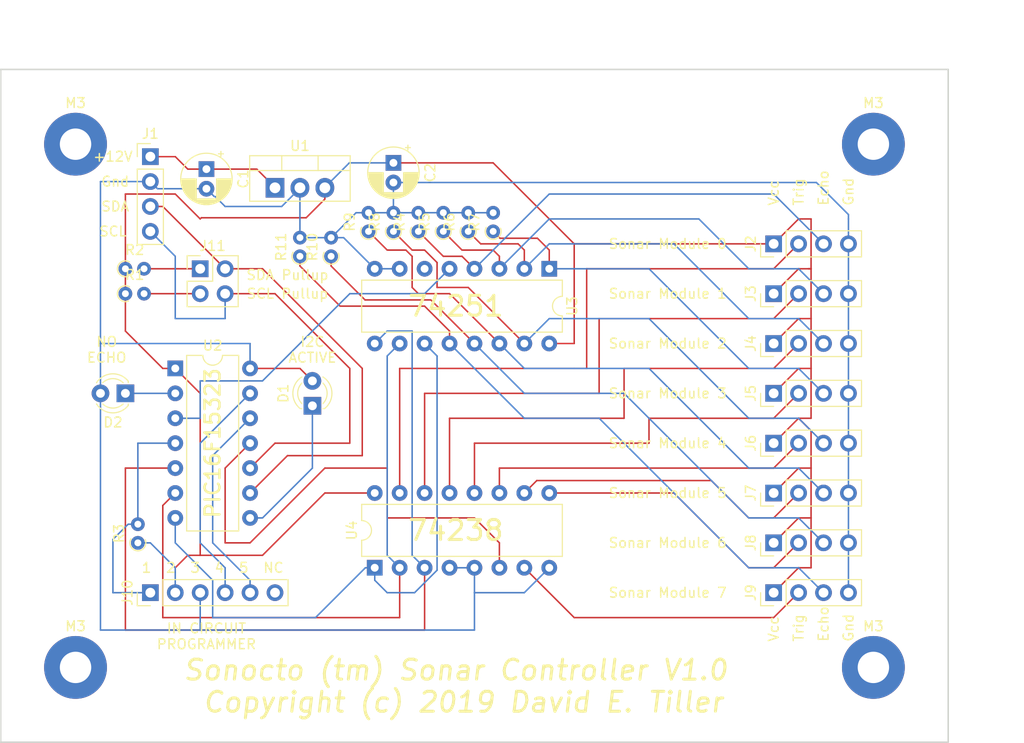
<source format=kicad_pcb>
(kicad_pcb (version 20171130) (host pcbnew "(5.1.0-0)")

  (general
    (thickness 1.6)
    (drawings 36)
    (tracks 306)
    (zones 0)
    (modules 34)
    (nets 36)
  )

  (page A4)
  (layers
    (0 Top signal)
    (31 Bottom signal)
    (34 B.Paste user)
    (35 F.Paste user)
    (36 B.SilkS user)
    (37 F.SilkS user)
    (38 B.Mask user)
    (39 F.Mask user)
    (40 Dwgs.User user)
    (41 Cmts.User user)
    (42 Eco1.User user)
    (43 Eco2.User user)
    (44 Edge.Cuts user)
    (45 Margin user)
    (46 B.CrtYd user)
    (47 F.CrtYd user)
  )

  (setup
    (last_trace_width 0.1524)
    (trace_clearance 0.1524)
    (zone_clearance 0.508)
    (zone_45_only no)
    (trace_min 0.1524)
    (via_size 0.508)
    (via_drill 0.254)
    (via_min_size 0.508)
    (via_min_drill 0.254)
    (uvia_size 0.508)
    (uvia_drill 0.254)
    (uvias_allowed no)
    (uvia_min_size 0.2)
    (uvia_min_drill 0.1)
    (edge_width 0.15)
    (segment_width 0.2)
    (pcb_text_width 0.3)
    (pcb_text_size 1.5 1.5)
    (mod_edge_width 0.15)
    (mod_text_size 1 1)
    (mod_text_width 0.15)
    (pad_size 1.524 1.524)
    (pad_drill 0.762)
    (pad_to_mask_clearance 0.0508)
    (aux_axis_origin 0 0)
    (grid_origin 91.44 124.46)
    (visible_elements FFFFFF7F)
    (pcbplotparams
      (layerselection 0x010f0_ffffffff)
      (usegerberextensions true)
      (usegerberattributes false)
      (usegerberadvancedattributes false)
      (creategerberjobfile false)
      (excludeedgelayer true)
      (linewidth 0.100000)
      (plotframeref false)
      (viasonmask false)
      (mode 1)
      (useauxorigin false)
      (hpglpennumber 1)
      (hpglpenspeed 20)
      (hpglpendiameter 15.000000)
      (psnegative false)
      (psa4output false)
      (plotreference true)
      (plotvalue true)
      (plotinvisibletext false)
      (padsonsilk false)
      (subtractmaskfromsilk false)
      (outputformat 1)
      (mirror false)
      (drillshape 0)
      (scaleselection 1)
      (outputdirectory ""))
  )

  (net 0 "")
  (net 1 GND)
  (net 2 +12V)
  (net 3 +5V)
  (net 4 "Net-(D1-Pad1)")
  (net 5 "Net-(D2-Pad1)")
  (net 6 "Net-(J1-Pad4)")
  (net 7 "Net-(J1-Pad3)")
  (net 8 "Net-(J2-Pad3)")
  (net 9 "Net-(J2-Pad2)")
  (net 10 "Net-(J3-Pad3)")
  (net 11 "Net-(J3-Pad2)")
  (net 12 "Net-(J4-Pad3)")
  (net 13 "Net-(J4-Pad2)")
  (net 14 "Net-(J5-Pad3)")
  (net 15 "Net-(J5-Pad2)")
  (net 16 "Net-(J6-Pad3)")
  (net 17 "Net-(J6-Pad2)")
  (net 18 "Net-(J7-Pad3)")
  (net 19 "Net-(J7-Pad2)")
  (net 20 "Net-(J8-Pad3)")
  (net 21 "Net-(J8-Pad2)")
  (net 22 "Net-(J9-Pad3)")
  (net 23 "Net-(J9-Pad2)")
  (net 24 "Net-(J10-Pad6)")
  (net 25 "Net-(J10-Pad5)")
  (net 26 "Net-(J10-Pad4)")
  (net 27 "Net-(J10-Pad1)")
  (net 28 "Net-(U2-Pad7)")
  (net 29 "Net-(U2-Pad6)")
  (net 30 "Net-(U2-Pad5)")
  (net 31 "Net-(U2-Pad11)")
  (net 32 "Net-(U2-Pad3)")
  (net 33 "Net-(U3-Pad6)")
  (net 34 "Net-(J11-Pad3)")
  (net 35 "Net-(J11-Pad1)")

  (net_class Default "This is the default net class."
    (clearance 0.1524)
    (trace_width 0.1524)
    (via_dia 0.508)
    (via_drill 0.254)
    (uvia_dia 0.508)
    (uvia_drill 0.254)
    (diff_pair_width 0.1524)
    (diff_pair_gap 0.1524)
    (add_net +12V)
    (add_net +5V)
    (add_net GND)
    (add_net "Net-(D1-Pad1)")
    (add_net "Net-(D2-Pad1)")
    (add_net "Net-(J1-Pad3)")
    (add_net "Net-(J1-Pad4)")
    (add_net "Net-(J10-Pad1)")
    (add_net "Net-(J10-Pad4)")
    (add_net "Net-(J10-Pad5)")
    (add_net "Net-(J10-Pad6)")
    (add_net "Net-(J11-Pad1)")
    (add_net "Net-(J11-Pad3)")
    (add_net "Net-(J2-Pad2)")
    (add_net "Net-(J2-Pad3)")
    (add_net "Net-(J3-Pad2)")
    (add_net "Net-(J3-Pad3)")
    (add_net "Net-(J4-Pad2)")
    (add_net "Net-(J4-Pad3)")
    (add_net "Net-(J5-Pad2)")
    (add_net "Net-(J5-Pad3)")
    (add_net "Net-(J6-Pad2)")
    (add_net "Net-(J6-Pad3)")
    (add_net "Net-(J7-Pad2)")
    (add_net "Net-(J7-Pad3)")
    (add_net "Net-(J8-Pad2)")
    (add_net "Net-(J8-Pad3)")
    (add_net "Net-(J9-Pad2)")
    (add_net "Net-(J9-Pad3)")
    (add_net "Net-(U2-Pad11)")
    (add_net "Net-(U2-Pad3)")
    (add_net "Net-(U2-Pad5)")
    (add_net "Net-(U2-Pad6)")
    (add_net "Net-(U2-Pad7)")
    (add_net "Net-(U3-Pad6)")
  )

  (module MountingHole:MountingHole_3.2mm_M3_Pad (layer Top) (tedit 56D1B4CB) (tstamp 5CA87AA0)
    (at 180.34 116.84)
    (descr "Mounting Hole 3.2mm, M3")
    (tags "mounting hole 3.2mm m3")
    (attr virtual)
    (fp_text reference M3 (at 0 -4.2) (layer F.SilkS)
      (effects (font (size 1 1) (thickness 0.15)))
    )
    (fp_text value MountingHole_3.2mm_M3_Pad (at 0 4.2) (layer F.Fab)
      (effects (font (size 1 1) (thickness 0.15)))
    )
    (fp_circle (center 0 0) (end 3.45 0) (layer F.CrtYd) (width 0.05))
    (fp_circle (center 0 0) (end 3.2 0) (layer Cmts.User) (width 0.15))
    (fp_text user %R (at 0.3 0) (layer F.Fab)
      (effects (font (size 1 1) (thickness 0.15)))
    )
    (pad 1 thru_hole circle (at 0 0) (size 6.4 6.4) (drill 3.2) (layers *.Cu *.Mask))
  )

  (module MountingHole:MountingHole_3.2mm_M3_Pad (layer Top) (tedit 56D1B4CB) (tstamp 5CA87A7B)
    (at 99.06 116.84)
    (descr "Mounting Hole 3.2mm, M3")
    (tags "mounting hole 3.2mm m3")
    (attr virtual)
    (fp_text reference M3 (at 0 -4.2) (layer F.SilkS)
      (effects (font (size 1 1) (thickness 0.15)))
    )
    (fp_text value MountingHole_3.2mm_M3_Pad (at 0 4.2) (layer F.Fab)
      (effects (font (size 1 1) (thickness 0.15)))
    )
    (fp_circle (center 0 0) (end 3.45 0) (layer F.CrtYd) (width 0.05))
    (fp_circle (center 0 0) (end 3.2 0) (layer Cmts.User) (width 0.15))
    (fp_text user %R (at 0.3 0) (layer F.Fab)
      (effects (font (size 1 1) (thickness 0.15)))
    )
    (pad 1 thru_hole circle (at 0 0) (size 6.4 6.4) (drill 3.2) (layers *.Cu *.Mask))
  )

  (module MountingHole:MountingHole_3.2mm_M3_Pad (layer Top) (tedit 56D1B4CB) (tstamp 5CA87A39)
    (at 99.06 63.5)
    (descr "Mounting Hole 3.2mm, M3")
    (tags "mounting hole 3.2mm m3")
    (attr virtual)
    (fp_text reference M3 (at 0 -4.2) (layer F.SilkS)
      (effects (font (size 1 1) (thickness 0.15)))
    )
    (fp_text value MountingHole_3.2mm_M3_Pad (at 0 4.2) (layer F.Fab)
      (effects (font (size 1 1) (thickness 0.15)))
    )
    (fp_circle (center 0 0) (end 3.45 0) (layer F.CrtYd) (width 0.05))
    (fp_circle (center 0 0) (end 3.2 0) (layer Cmts.User) (width 0.15))
    (fp_text user %R (at 0.3 0) (layer F.Fab)
      (effects (font (size 1 1) (thickness 0.15)))
    )
    (pad 1 thru_hole circle (at 0 0) (size 6.4 6.4) (drill 3.2) (layers *.Cu *.Mask))
  )

  (module MountingHole:MountingHole_3.2mm_M3_Pad (layer Top) (tedit 56D1B4CB) (tstamp 5CA87A0C)
    (at 180.34 63.5)
    (descr "Mounting Hole 3.2mm, M3")
    (tags "mounting hole 3.2mm m3")
    (attr virtual)
    (fp_text reference M3 (at 0 -4.2) (layer F.SilkS)
      (effects (font (size 1 1) (thickness 0.15)))
    )
    (fp_text value MountingHole_3.2mm_M3_Pad (at 0 4.2) (layer F.Fab)
      (effects (font (size 1 1) (thickness 0.15)))
    )
    (fp_circle (center 0 0) (end 3.45 0) (layer F.CrtYd) (width 0.05))
    (fp_circle (center 0 0) (end 3.2 0) (layer Cmts.User) (width 0.15))
    (fp_text user %R (at 0.3 0) (layer F.Fab)
      (effects (font (size 1 1) (thickness 0.15)))
    )
    (pad 1 thru_hole circle (at 0 0) (size 6.4 6.4) (drill 3.2) (layers *.Cu *.Mask))
  )

  (module Connector_PinHeader_2.54mm:PinHeader_2x02_P2.54mm_Vertical (layer Top) (tedit 59FED5CC) (tstamp 5CA80F42)
    (at 111.76 76.2)
    (descr "Through hole straight pin header, 2x02, 2.54mm pitch, double rows")
    (tags "Through hole pin header THT 2x02 2.54mm double row")
    (path /5CAA9E90)
    (fp_text reference J11 (at 1.27 -2.33) (layer F.SilkS)
      (effects (font (size 1 1) (thickness 0.15)))
    )
    (fp_text value Conn_02x02_Odd_Even (at 1.27 4.87) (layer F.Fab)
      (effects (font (size 1 1) (thickness 0.15)))
    )
    (fp_text user %R (at 1.27 1.27 90) (layer F.Fab)
      (effects (font (size 1 1) (thickness 0.15)))
    )
    (fp_line (start 4.35 -1.8) (end -1.8 -1.8) (layer F.CrtYd) (width 0.05))
    (fp_line (start 4.35 4.35) (end 4.35 -1.8) (layer F.CrtYd) (width 0.05))
    (fp_line (start -1.8 4.35) (end 4.35 4.35) (layer F.CrtYd) (width 0.05))
    (fp_line (start -1.8 -1.8) (end -1.8 4.35) (layer F.CrtYd) (width 0.05))
    (fp_line (start -1.33 -1.33) (end 0 -1.33) (layer F.SilkS) (width 0.12))
    (fp_line (start -1.33 0) (end -1.33 -1.33) (layer F.SilkS) (width 0.12))
    (fp_line (start 1.27 -1.33) (end 3.87 -1.33) (layer F.SilkS) (width 0.12))
    (fp_line (start 1.27 1.27) (end 1.27 -1.33) (layer F.SilkS) (width 0.12))
    (fp_line (start -1.33 1.27) (end 1.27 1.27) (layer F.SilkS) (width 0.12))
    (fp_line (start 3.87 -1.33) (end 3.87 3.87) (layer F.SilkS) (width 0.12))
    (fp_line (start -1.33 1.27) (end -1.33 3.87) (layer F.SilkS) (width 0.12))
    (fp_line (start -1.33 3.87) (end 3.87 3.87) (layer F.SilkS) (width 0.12))
    (fp_line (start -1.27 0) (end 0 -1.27) (layer F.Fab) (width 0.1))
    (fp_line (start -1.27 3.81) (end -1.27 0) (layer F.Fab) (width 0.1))
    (fp_line (start 3.81 3.81) (end -1.27 3.81) (layer F.Fab) (width 0.1))
    (fp_line (start 3.81 -1.27) (end 3.81 3.81) (layer F.Fab) (width 0.1))
    (fp_line (start 0 -1.27) (end 3.81 -1.27) (layer F.Fab) (width 0.1))
    (pad 4 thru_hole oval (at 2.54 2.54) (size 1.7 1.7) (drill 1) (layers *.Cu *.Mask)
      (net 6 "Net-(J1-Pad4)"))
    (pad 3 thru_hole oval (at 0 2.54) (size 1.7 1.7) (drill 1) (layers *.Cu *.Mask)
      (net 34 "Net-(J11-Pad3)"))
    (pad 2 thru_hole oval (at 2.54 0) (size 1.7 1.7) (drill 1) (layers *.Cu *.Mask)
      (net 7 "Net-(J1-Pad3)"))
    (pad 1 thru_hole rect (at 0 0) (size 1.7 1.7) (drill 1) (layers *.Cu *.Mask)
      (net 35 "Net-(J11-Pad1)"))
    (model ${KISYS3DMOD}/Connector_PinHeader_2.54mm.3dshapes/PinHeader_2x02_P2.54mm_Vertical.wrl
      (at (xyz 0 0 0))
      (scale (xyz 1 1 1))
      (rotate (xyz 0 0 0))
    )
  )

  (module Resistor_THT:R_Axial_DIN0204_L3.6mm_D1.6mm_P1.90mm_Vertical (layer Top) (tedit 5AE5139B) (tstamp 5CA7F13C)
    (at 121.92 74.93 90)
    (descr "Resistor, Axial_DIN0204 series, Axial, Vertical, pin pitch=1.9mm, 0.167W, length*diameter=3.6*1.6mm^2, http://cdn-reichelt.de/documents/datenblatt/B400/1_4W%23YAG.pdf")
    (tags "Resistor Axial_DIN0204 series Axial Vertical pin pitch 1.9mm 0.167W length 3.6mm diameter 1.6mm")
    (path /5CB9E4E4)
    (fp_text reference R11 (at 0.95 -1.92 90) (layer F.SilkS)
      (effects (font (size 1 1) (thickness 0.15)))
    )
    (fp_text value 10k (at 0.95 1.92 90) (layer F.Fab)
      (effects (font (size 1 1) (thickness 0.15)))
    )
    (fp_text user %R (at 0.95 -1.92 90) (layer F.Fab)
      (effects (font (size 1 1) (thickness 0.15)))
    )
    (fp_line (start 2.86 -1.05) (end -1.05 -1.05) (layer F.CrtYd) (width 0.05))
    (fp_line (start 2.86 1.05) (end 2.86 -1.05) (layer F.CrtYd) (width 0.05))
    (fp_line (start -1.05 1.05) (end 2.86 1.05) (layer F.CrtYd) (width 0.05))
    (fp_line (start -1.05 -1.05) (end -1.05 1.05) (layer F.CrtYd) (width 0.05))
    (fp_line (start 0 0) (end 1.9 0) (layer F.Fab) (width 0.1))
    (fp_circle (center 0 0) (end 0.8 0) (layer F.Fab) (width 0.1))
    (fp_arc (start 0 0) (end 0.417133 -0.7) (angle -233.92106) (layer F.SilkS) (width 0.12))
    (pad 2 thru_hole oval (at 1.9 0 90) (size 1.4 1.4) (drill 0.7) (layers *.Cu *.Mask)
      (net 1 GND))
    (pad 1 thru_hole circle (at 0 0 90) (size 1.4 1.4) (drill 0.7) (layers *.Cu *.Mask)
      (net 22 "Net-(J9-Pad3)"))
    (model ${KISYS3DMOD}/Resistor_THT.3dshapes/R_Axial_DIN0204_L3.6mm_D1.6mm_P1.90mm_Vertical.wrl
      (at (xyz 0 0 0))
      (scale (xyz 1 1 1))
      (rotate (xyz 0 0 0))
    )
  )

  (module Resistor_THT:R_Axial_DIN0204_L3.6mm_D1.6mm_P1.90mm_Vertical (layer Top) (tedit 5AE5139B) (tstamp 5CA7F12E)
    (at 125.095 74.93 90)
    (descr "Resistor, Axial_DIN0204 series, Axial, Vertical, pin pitch=1.9mm, 0.167W, length*diameter=3.6*1.6mm^2, http://cdn-reichelt.de/documents/datenblatt/B400/1_4W%23YAG.pdf")
    (tags "Resistor Axial_DIN0204 series Axial Vertical pin pitch 1.9mm 0.167W length 3.6mm diameter 1.6mm")
    (path /5CB9299F)
    (fp_text reference R10 (at 0.95 -1.92 90) (layer F.SilkS)
      (effects (font (size 1 1) (thickness 0.15)))
    )
    (fp_text value 10k (at 0.95 1.92 90) (layer F.Fab)
      (effects (font (size 1 1) (thickness 0.15)))
    )
    (fp_text user %R (at 0.95 -1.92 90) (layer F.Fab)
      (effects (font (size 1 1) (thickness 0.15)))
    )
    (fp_line (start 2.86 -1.05) (end -1.05 -1.05) (layer F.CrtYd) (width 0.05))
    (fp_line (start 2.86 1.05) (end 2.86 -1.05) (layer F.CrtYd) (width 0.05))
    (fp_line (start -1.05 1.05) (end 2.86 1.05) (layer F.CrtYd) (width 0.05))
    (fp_line (start -1.05 -1.05) (end -1.05 1.05) (layer F.CrtYd) (width 0.05))
    (fp_line (start 0 0) (end 1.9 0) (layer F.Fab) (width 0.1))
    (fp_circle (center 0 0) (end 0.8 0) (layer F.Fab) (width 0.1))
    (fp_arc (start 0 0) (end 0.417133 -0.7) (angle -233.92106) (layer F.SilkS) (width 0.12))
    (pad 2 thru_hole oval (at 1.9 0 90) (size 1.4 1.4) (drill 0.7) (layers *.Cu *.Mask)
      (net 1 GND))
    (pad 1 thru_hole circle (at 0 0 90) (size 1.4 1.4) (drill 0.7) (layers *.Cu *.Mask)
      (net 20 "Net-(J8-Pad3)"))
    (model ${KISYS3DMOD}/Resistor_THT.3dshapes/R_Axial_DIN0204_L3.6mm_D1.6mm_P1.90mm_Vertical.wrl
      (at (xyz 0 0 0))
      (scale (xyz 1 1 1))
      (rotate (xyz 0 0 0))
    )
  )

  (module Resistor_THT:R_Axial_DIN0204_L3.6mm_D1.6mm_P1.90mm_Vertical (layer Top) (tedit 5AE5139B) (tstamp 5CA7F120)
    (at 128.905 72.39 90)
    (descr "Resistor, Axial_DIN0204 series, Axial, Vertical, pin pitch=1.9mm, 0.167W, length*diameter=3.6*1.6mm^2, http://cdn-reichelt.de/documents/datenblatt/B400/1_4W%23YAG.pdf")
    (tags "Resistor Axial_DIN0204 series Axial Vertical pin pitch 1.9mm 0.167W length 3.6mm diameter 1.6mm")
    (path /5CB91EE6)
    (fp_text reference R9 (at 0.95 -1.92 90) (layer F.SilkS)
      (effects (font (size 1 1) (thickness 0.15)))
    )
    (fp_text value 10k (at 0.95 1.92 90) (layer F.Fab)
      (effects (font (size 1 1) (thickness 0.15)))
    )
    (fp_text user %R (at 0.95 -1.92 90) (layer F.Fab)
      (effects (font (size 1 1) (thickness 0.15)))
    )
    (fp_line (start 2.86 -1.05) (end -1.05 -1.05) (layer F.CrtYd) (width 0.05))
    (fp_line (start 2.86 1.05) (end 2.86 -1.05) (layer F.CrtYd) (width 0.05))
    (fp_line (start -1.05 1.05) (end 2.86 1.05) (layer F.CrtYd) (width 0.05))
    (fp_line (start -1.05 -1.05) (end -1.05 1.05) (layer F.CrtYd) (width 0.05))
    (fp_line (start 0 0) (end 1.9 0) (layer F.Fab) (width 0.1))
    (fp_circle (center 0 0) (end 0.8 0) (layer F.Fab) (width 0.1))
    (fp_arc (start 0 0) (end 0.417133 -0.7) (angle -233.92106) (layer F.SilkS) (width 0.12))
    (pad 2 thru_hole oval (at 1.9 0 90) (size 1.4 1.4) (drill 0.7) (layers *.Cu *.Mask)
      (net 1 GND))
    (pad 1 thru_hole circle (at 0 0 90) (size 1.4 1.4) (drill 0.7) (layers *.Cu *.Mask)
      (net 18 "Net-(J7-Pad3)"))
    (model ${KISYS3DMOD}/Resistor_THT.3dshapes/R_Axial_DIN0204_L3.6mm_D1.6mm_P1.90mm_Vertical.wrl
      (at (xyz 0 0 0))
      (scale (xyz 1 1 1))
      (rotate (xyz 0 0 0))
    )
  )

  (module Resistor_THT:R_Axial_DIN0204_L3.6mm_D1.6mm_P1.90mm_Vertical (layer Top) (tedit 5AE5139B) (tstamp 5CA7F112)
    (at 131.445 72.39 90)
    (descr "Resistor, Axial_DIN0204 series, Axial, Vertical, pin pitch=1.9mm, 0.167W, length*diameter=3.6*1.6mm^2, http://cdn-reichelt.de/documents/datenblatt/B400/1_4W%23YAG.pdf")
    (tags "Resistor Axial_DIN0204 series Axial Vertical pin pitch 1.9mm 0.167W length 3.6mm diameter 1.6mm")
    (path /5CB9194E)
    (fp_text reference R8 (at 0.95 -1.92 90) (layer F.SilkS)
      (effects (font (size 1 1) (thickness 0.15)))
    )
    (fp_text value 10k (at 0.95 1.92 90) (layer F.Fab)
      (effects (font (size 1 1) (thickness 0.15)))
    )
    (fp_text user %R (at 0.95 -1.92 90) (layer F.Fab)
      (effects (font (size 1 1) (thickness 0.15)))
    )
    (fp_line (start 2.86 -1.05) (end -1.05 -1.05) (layer F.CrtYd) (width 0.05))
    (fp_line (start 2.86 1.05) (end 2.86 -1.05) (layer F.CrtYd) (width 0.05))
    (fp_line (start -1.05 1.05) (end 2.86 1.05) (layer F.CrtYd) (width 0.05))
    (fp_line (start -1.05 -1.05) (end -1.05 1.05) (layer F.CrtYd) (width 0.05))
    (fp_line (start 0 0) (end 1.9 0) (layer F.Fab) (width 0.1))
    (fp_circle (center 0 0) (end 0.8 0) (layer F.Fab) (width 0.1))
    (fp_arc (start 0 0) (end 0.417133 -0.7) (angle -233.92106) (layer F.SilkS) (width 0.12))
    (pad 2 thru_hole oval (at 1.9 0 90) (size 1.4 1.4) (drill 0.7) (layers *.Cu *.Mask)
      (net 1 GND))
    (pad 1 thru_hole circle (at 0 0 90) (size 1.4 1.4) (drill 0.7) (layers *.Cu *.Mask)
      (net 16 "Net-(J6-Pad3)"))
    (model ${KISYS3DMOD}/Resistor_THT.3dshapes/R_Axial_DIN0204_L3.6mm_D1.6mm_P1.90mm_Vertical.wrl
      (at (xyz 0 0 0))
      (scale (xyz 1 1 1))
      (rotate (xyz 0 0 0))
    )
  )

  (module Resistor_THT:R_Axial_DIN0204_L3.6mm_D1.6mm_P1.90mm_Vertical (layer Top) (tedit 5AE5139B) (tstamp 5CA7F104)
    (at 141.605 72.39 90)
    (descr "Resistor, Axial_DIN0204 series, Axial, Vertical, pin pitch=1.9mm, 0.167W, length*diameter=3.6*1.6mm^2, http://cdn-reichelt.de/documents/datenblatt/B400/1_4W%23YAG.pdf")
    (tags "Resistor Axial_DIN0204 series Axial Vertical pin pitch 1.9mm 0.167W length 3.6mm diameter 1.6mm")
    (path /5CB38471)
    (fp_text reference R7 (at 0.95 -1.92 90) (layer F.SilkS)
      (effects (font (size 1 1) (thickness 0.15)))
    )
    (fp_text value 10k (at 0.95 1.92 90) (layer F.Fab)
      (effects (font (size 1 1) (thickness 0.15)))
    )
    (fp_text user %R (at 0.95 -1.92 90) (layer F.Fab)
      (effects (font (size 1 1) (thickness 0.15)))
    )
    (fp_line (start 2.86 -1.05) (end -1.05 -1.05) (layer F.CrtYd) (width 0.05))
    (fp_line (start 2.86 1.05) (end 2.86 -1.05) (layer F.CrtYd) (width 0.05))
    (fp_line (start -1.05 1.05) (end 2.86 1.05) (layer F.CrtYd) (width 0.05))
    (fp_line (start -1.05 -1.05) (end -1.05 1.05) (layer F.CrtYd) (width 0.05))
    (fp_line (start 0 0) (end 1.9 0) (layer F.Fab) (width 0.1))
    (fp_circle (center 0 0) (end 0.8 0) (layer F.Fab) (width 0.1))
    (fp_arc (start 0 0) (end 0.417133 -0.7) (angle -233.92106) (layer F.SilkS) (width 0.12))
    (pad 2 thru_hole oval (at 1.9 0 90) (size 1.4 1.4) (drill 0.7) (layers *.Cu *.Mask)
      (net 1 GND))
    (pad 1 thru_hole circle (at 0 0 90) (size 1.4 1.4) (drill 0.7) (layers *.Cu *.Mask)
      (net 14 "Net-(J5-Pad3)"))
    (model ${KISYS3DMOD}/Resistor_THT.3dshapes/R_Axial_DIN0204_L3.6mm_D1.6mm_P1.90mm_Vertical.wrl
      (at (xyz 0 0 0))
      (scale (xyz 1 1 1))
      (rotate (xyz 0 0 0))
    )
  )

  (module Resistor_THT:R_Axial_DIN0204_L3.6mm_D1.6mm_P1.90mm_Vertical (layer Top) (tedit 5AE5139B) (tstamp 5CA7F0F6)
    (at 139.065 72.39 90)
    (descr "Resistor, Axial_DIN0204 series, Axial, Vertical, pin pitch=1.9mm, 0.167W, length*diameter=3.6*1.6mm^2, http://cdn-reichelt.de/documents/datenblatt/B400/1_4W%23YAG.pdf")
    (tags "Resistor Axial_DIN0204 series Axial Vertical pin pitch 1.9mm 0.167W length 3.6mm diameter 1.6mm")
    (path /5CB37BF9)
    (fp_text reference R6 (at 0.95 -1.92 90) (layer F.SilkS)
      (effects (font (size 1 1) (thickness 0.15)))
    )
    (fp_text value 10k (at 0.95 1.92 90) (layer F.Fab)
      (effects (font (size 1 1) (thickness 0.15)))
    )
    (fp_text user %R (at 0.95 -1.92 90) (layer F.Fab)
      (effects (font (size 1 1) (thickness 0.15)))
    )
    (fp_line (start 2.86 -1.05) (end -1.05 -1.05) (layer F.CrtYd) (width 0.05))
    (fp_line (start 2.86 1.05) (end 2.86 -1.05) (layer F.CrtYd) (width 0.05))
    (fp_line (start -1.05 1.05) (end 2.86 1.05) (layer F.CrtYd) (width 0.05))
    (fp_line (start -1.05 -1.05) (end -1.05 1.05) (layer F.CrtYd) (width 0.05))
    (fp_line (start 0 0) (end 1.9 0) (layer F.Fab) (width 0.1))
    (fp_circle (center 0 0) (end 0.8 0) (layer F.Fab) (width 0.1))
    (fp_arc (start 0 0) (end 0.417133 -0.7) (angle -233.92106) (layer F.SilkS) (width 0.12))
    (pad 2 thru_hole oval (at 1.9 0 90) (size 1.4 1.4) (drill 0.7) (layers *.Cu *.Mask)
      (net 1 GND))
    (pad 1 thru_hole circle (at 0 0 90) (size 1.4 1.4) (drill 0.7) (layers *.Cu *.Mask)
      (net 12 "Net-(J4-Pad3)"))
    (model ${KISYS3DMOD}/Resistor_THT.3dshapes/R_Axial_DIN0204_L3.6mm_D1.6mm_P1.90mm_Vertical.wrl
      (at (xyz 0 0 0))
      (scale (xyz 1 1 1))
      (rotate (xyz 0 0 0))
    )
  )

  (module Resistor_THT:R_Axial_DIN0204_L3.6mm_D1.6mm_P1.90mm_Vertical (layer Top) (tedit 5AE5139B) (tstamp 5CA7F0E8)
    (at 136.525 72.385 90)
    (descr "Resistor, Axial_DIN0204 series, Axial, Vertical, pin pitch=1.9mm, 0.167W, length*diameter=3.6*1.6mm^2, http://cdn-reichelt.de/documents/datenblatt/B400/1_4W%23YAG.pdf")
    (tags "Resistor Axial_DIN0204 series Axial Vertical pin pitch 1.9mm 0.167W length 3.6mm diameter 1.6mm")
    (path /5CB370DB)
    (fp_text reference R5 (at 0.95 -1.92 90) (layer F.SilkS)
      (effects (font (size 1 1) (thickness 0.15)))
    )
    (fp_text value 10k (at 0.95 1.92 90) (layer F.Fab)
      (effects (font (size 1 1) (thickness 0.15)))
    )
    (fp_text user %R (at 0.95 -1.92 90) (layer F.Fab)
      (effects (font (size 1 1) (thickness 0.15)))
    )
    (fp_line (start 2.86 -1.05) (end -1.05 -1.05) (layer F.CrtYd) (width 0.05))
    (fp_line (start 2.86 1.05) (end 2.86 -1.05) (layer F.CrtYd) (width 0.05))
    (fp_line (start -1.05 1.05) (end 2.86 1.05) (layer F.CrtYd) (width 0.05))
    (fp_line (start -1.05 -1.05) (end -1.05 1.05) (layer F.CrtYd) (width 0.05))
    (fp_line (start 0 0) (end 1.9 0) (layer F.Fab) (width 0.1))
    (fp_circle (center 0 0) (end 0.8 0) (layer F.Fab) (width 0.1))
    (fp_arc (start 0 0) (end 0.417133 -0.7) (angle -233.92106) (layer F.SilkS) (width 0.12))
    (pad 2 thru_hole oval (at 1.9 0 90) (size 1.4 1.4) (drill 0.7) (layers *.Cu *.Mask)
      (net 1 GND))
    (pad 1 thru_hole circle (at 0 0 90) (size 1.4 1.4) (drill 0.7) (layers *.Cu *.Mask)
      (net 10 "Net-(J3-Pad3)"))
    (model ${KISYS3DMOD}/Resistor_THT.3dshapes/R_Axial_DIN0204_L3.6mm_D1.6mm_P1.90mm_Vertical.wrl
      (at (xyz 0 0 0))
      (scale (xyz 1 1 1))
      (rotate (xyz 0 0 0))
    )
  )

  (module Resistor_THT:R_Axial_DIN0204_L3.6mm_D1.6mm_P1.90mm_Vertical (layer Top) (tedit 5AE5139B) (tstamp 5CA7F0DA)
    (at 133.985 72.39 90)
    (descr "Resistor, Axial_DIN0204 series, Axial, Vertical, pin pitch=1.9mm, 0.167W, length*diameter=3.6*1.6mm^2, http://cdn-reichelt.de/documents/datenblatt/B400/1_4W%23YAG.pdf")
    (tags "Resistor Axial_DIN0204 series Axial Vertical pin pitch 1.9mm 0.167W length 3.6mm diameter 1.6mm")
    (path /5CB36306)
    (fp_text reference R4 (at 0.95 -1.92 90) (layer F.SilkS)
      (effects (font (size 1 1) (thickness 0.15)))
    )
    (fp_text value 10k (at 0.95 1.92 90) (layer F.Fab)
      (effects (font (size 1 1) (thickness 0.15)))
    )
    (fp_text user %R (at 0.95 -1.92 90) (layer F.Fab)
      (effects (font (size 1 1) (thickness 0.15)))
    )
    (fp_line (start 2.86 -1.05) (end -1.05 -1.05) (layer F.CrtYd) (width 0.05))
    (fp_line (start 2.86 1.05) (end 2.86 -1.05) (layer F.CrtYd) (width 0.05))
    (fp_line (start -1.05 1.05) (end 2.86 1.05) (layer F.CrtYd) (width 0.05))
    (fp_line (start -1.05 -1.05) (end -1.05 1.05) (layer F.CrtYd) (width 0.05))
    (fp_line (start 0 0) (end 1.9 0) (layer F.Fab) (width 0.1))
    (fp_circle (center 0 0) (end 0.8 0) (layer F.Fab) (width 0.1))
    (fp_arc (start 0 0) (end 0.417133 -0.7) (angle -233.92106) (layer F.SilkS) (width 0.12))
    (pad 2 thru_hole oval (at 1.9 0 90) (size 1.4 1.4) (drill 0.7) (layers *.Cu *.Mask)
      (net 1 GND))
    (pad 1 thru_hole circle (at 0 0 90) (size 1.4 1.4) (drill 0.7) (layers *.Cu *.Mask)
      (net 8 "Net-(J2-Pad3)"))
    (model ${KISYS3DMOD}/Resistor_THT.3dshapes/R_Axial_DIN0204_L3.6mm_D1.6mm_P1.90mm_Vertical.wrl
      (at (xyz 0 0 0))
      (scale (xyz 1 1 1))
      (rotate (xyz 0 0 0))
    )
  )

  (module Resistor_THT:R_Axial_DIN0204_L3.6mm_D1.6mm_P1.90mm_Vertical (layer Top) (tedit 5AE5139B) (tstamp 5CA7C2C7)
    (at 105.41 104.14 90)
    (descr "Resistor, Axial_DIN0204 series, Axial, Vertical, pin pitch=1.9mm, 0.167W, length*diameter=3.6*1.6mm^2, http://cdn-reichelt.de/documents/datenblatt/B400/1_4W%23YAG.pdf")
    (tags "Resistor Axial_DIN0204 series Axial Vertical pin pitch 1.9mm 0.167W length 3.6mm diameter 1.6mm")
    (path /5CA8511D)
    (fp_text reference R3 (at 0.95 -1.92 90) (layer F.SilkS)
      (effects (font (size 1 1) (thickness 0.15)))
    )
    (fp_text value 10k (at 0.95 1.92 90) (layer F.Fab)
      (effects (font (size 1 1) (thickness 0.15)))
    )
    (fp_text user %R (at 0.95 -1.92 90) (layer F.Fab)
      (effects (font (size 1 1) (thickness 0.15)))
    )
    (fp_line (start 2.86 -1.05) (end -1.05 -1.05) (layer F.CrtYd) (width 0.05))
    (fp_line (start 2.86 1.05) (end 2.86 -1.05) (layer F.CrtYd) (width 0.05))
    (fp_line (start -1.05 1.05) (end 2.86 1.05) (layer F.CrtYd) (width 0.05))
    (fp_line (start -1.05 -1.05) (end -1.05 1.05) (layer F.CrtYd) (width 0.05))
    (fp_line (start 0 0) (end 1.9 0) (layer F.Fab) (width 0.1))
    (fp_circle (center 0 0) (end 0.8 0) (layer F.Fab) (width 0.1))
    (fp_arc (start 0 0) (end 0.417133 -0.7) (angle -233.92106) (layer F.SilkS) (width 0.12))
    (pad 2 thru_hole oval (at 1.9 0 90) (size 1.4 1.4) (drill 0.7) (layers *.Cu *.Mask)
      (net 27 "Net-(J10-Pad1)"))
    (pad 1 thru_hole circle (at 0 0 90) (size 1.4 1.4) (drill 0.7) (layers *.Cu *.Mask)
      (net 3 +5V))
    (model ${KISYS3DMOD}/Resistor_THT.3dshapes/R_Axial_DIN0204_L3.6mm_D1.6mm_P1.90mm_Vertical.wrl
      (at (xyz 0 0 0))
      (scale (xyz 1 1 1))
      (rotate (xyz 0 0 0))
    )
  )

  (module Resistor_THT:R_Axial_DIN0204_L3.6mm_D1.6mm_P1.90mm_Vertical (layer Top) (tedit 5AE5139B) (tstamp 5CA7C2B9)
    (at 104.14 76.2)
    (descr "Resistor, Axial_DIN0204 series, Axial, Vertical, pin pitch=1.9mm, 0.167W, length*diameter=3.6*1.6mm^2, http://cdn-reichelt.de/documents/datenblatt/B400/1_4W%23YAG.pdf")
    (tags "Resistor Axial_DIN0204 series Axial Vertical pin pitch 1.9mm 0.167W length 3.6mm diameter 1.6mm")
    (path /5CA9B12A)
    (fp_text reference R2 (at 0.95 -1.92) (layer F.SilkS)
      (effects (font (size 1 1) (thickness 0.15)))
    )
    (fp_text value 4.7k (at 0.95 1.92) (layer F.Fab)
      (effects (font (size 1 1) (thickness 0.15)))
    )
    (fp_text user %R (at 0.95 -1.92) (layer F.Fab)
      (effects (font (size 1 1) (thickness 0.15)))
    )
    (fp_line (start 2.86 -1.05) (end -1.05 -1.05) (layer F.CrtYd) (width 0.05))
    (fp_line (start 2.86 1.05) (end 2.86 -1.05) (layer F.CrtYd) (width 0.05))
    (fp_line (start -1.05 1.05) (end 2.86 1.05) (layer F.CrtYd) (width 0.05))
    (fp_line (start -1.05 -1.05) (end -1.05 1.05) (layer F.CrtYd) (width 0.05))
    (fp_line (start 0 0) (end 1.9 0) (layer F.Fab) (width 0.1))
    (fp_circle (center 0 0) (end 0.8 0) (layer F.Fab) (width 0.1))
    (fp_arc (start 0 0) (end 0.417133 -0.7) (angle -233.92106) (layer F.SilkS) (width 0.12))
    (pad 2 thru_hole oval (at 1.9 0) (size 1.4 1.4) (drill 0.7) (layers *.Cu *.Mask)
      (net 35 "Net-(J11-Pad1)"))
    (pad 1 thru_hole circle (at 0 0) (size 1.4 1.4) (drill 0.7) (layers *.Cu *.Mask)
      (net 3 +5V))
    (model ${KISYS3DMOD}/Resistor_THT.3dshapes/R_Axial_DIN0204_L3.6mm_D1.6mm_P1.90mm_Vertical.wrl
      (at (xyz 0 0 0))
      (scale (xyz 1 1 1))
      (rotate (xyz 0 0 0))
    )
  )

  (module Resistor_THT:R_Axial_DIN0204_L3.6mm_D1.6mm_P1.90mm_Vertical (layer Top) (tedit 5AE5139B) (tstamp 5CA7C2AB)
    (at 104.14 78.74)
    (descr "Resistor, Axial_DIN0204 series, Axial, Vertical, pin pitch=1.9mm, 0.167W, length*diameter=3.6*1.6mm^2, http://cdn-reichelt.de/documents/datenblatt/B400/1_4W%23YAG.pdf")
    (tags "Resistor Axial_DIN0204 series Axial Vertical pin pitch 1.9mm 0.167W length 3.6mm diameter 1.6mm")
    (path /5CA9A3D3)
    (fp_text reference R1 (at 0.95 -1.92) (layer F.SilkS)
      (effects (font (size 1 1) (thickness 0.15)))
    )
    (fp_text value 4.7k (at 0.95 1.92) (layer F.Fab)
      (effects (font (size 1 1) (thickness 0.15)))
    )
    (fp_text user %R (at 0.95 -1.92) (layer F.Fab)
      (effects (font (size 1 1) (thickness 0.15)))
    )
    (fp_line (start 2.86 -1.05) (end -1.05 -1.05) (layer F.CrtYd) (width 0.05))
    (fp_line (start 2.86 1.05) (end 2.86 -1.05) (layer F.CrtYd) (width 0.05))
    (fp_line (start -1.05 1.05) (end 2.86 1.05) (layer F.CrtYd) (width 0.05))
    (fp_line (start -1.05 -1.05) (end -1.05 1.05) (layer F.CrtYd) (width 0.05))
    (fp_line (start 0 0) (end 1.9 0) (layer F.Fab) (width 0.1))
    (fp_circle (center 0 0) (end 0.8 0) (layer F.Fab) (width 0.1))
    (fp_arc (start 0 0) (end 0.417133 -0.7) (angle -233.92106) (layer F.SilkS) (width 0.12))
    (pad 2 thru_hole oval (at 1.9 0) (size 1.4 1.4) (drill 0.7) (layers *.Cu *.Mask)
      (net 34 "Net-(J11-Pad3)"))
    (pad 1 thru_hole circle (at 0 0) (size 1.4 1.4) (drill 0.7) (layers *.Cu *.Mask)
      (net 3 +5V))
    (model ${KISYS3DMOD}/Resistor_THT.3dshapes/R_Axial_DIN0204_L3.6mm_D1.6mm_P1.90mm_Vertical.wrl
      (at (xyz 0 0 0))
      (scale (xyz 1 1 1))
      (rotate (xyz 0 0 0))
    )
  )

  (module Package_DIP:DIP-16_W7.62mm (layer Top) (tedit 5A02E8C5) (tstamp 5C981F4C)
    (at 129.54 106.68 90)
    (descr "16-lead though-hole mounted DIP package, row spacing 7.62 mm (300 mils)")
    (tags "THT DIP DIL PDIP 2.54mm 7.62mm 300mil")
    (path /5C9A824C)
    (fp_text reference U4 (at 3.81 -2.33 90) (layer F.SilkS)
      (effects (font (size 1 1) (thickness 0.15)))
    )
    (fp_text value 74HC238 (at 3.81 20.11 90) (layer F.Fab)
      (effects (font (size 1 1) (thickness 0.15)))
    )
    (fp_text user %R (at 3.81 8.89 90) (layer F.Fab)
      (effects (font (size 1 1) (thickness 0.15)))
    )
    (fp_line (start 8.7 -1.55) (end -1.1 -1.55) (layer F.CrtYd) (width 0.05))
    (fp_line (start 8.7 19.3) (end 8.7 -1.55) (layer F.CrtYd) (width 0.05))
    (fp_line (start -1.1 19.3) (end 8.7 19.3) (layer F.CrtYd) (width 0.05))
    (fp_line (start -1.1 -1.55) (end -1.1 19.3) (layer F.CrtYd) (width 0.05))
    (fp_line (start 6.46 -1.33) (end 4.81 -1.33) (layer F.SilkS) (width 0.12))
    (fp_line (start 6.46 19.11) (end 6.46 -1.33) (layer F.SilkS) (width 0.12))
    (fp_line (start 1.16 19.11) (end 6.46 19.11) (layer F.SilkS) (width 0.12))
    (fp_line (start 1.16 -1.33) (end 1.16 19.11) (layer F.SilkS) (width 0.12))
    (fp_line (start 2.81 -1.33) (end 1.16 -1.33) (layer F.SilkS) (width 0.12))
    (fp_line (start 0.635 -0.27) (end 1.635 -1.27) (layer F.Fab) (width 0.1))
    (fp_line (start 0.635 19.05) (end 0.635 -0.27) (layer F.Fab) (width 0.1))
    (fp_line (start 6.985 19.05) (end 0.635 19.05) (layer F.Fab) (width 0.1))
    (fp_line (start 6.985 -1.27) (end 6.985 19.05) (layer F.Fab) (width 0.1))
    (fp_line (start 1.635 -1.27) (end 6.985 -1.27) (layer F.Fab) (width 0.1))
    (fp_arc (start 3.81 -1.33) (end 2.81 -1.33) (angle -180) (layer F.SilkS) (width 0.12))
    (pad 16 thru_hole oval (at 7.62 0 90) (size 1.6 1.6) (drill 0.8) (layers *.Cu *.Mask)
      (net 3 +5V))
    (pad 8 thru_hole oval (at 0 17.78 90) (size 1.6 1.6) (drill 0.8) (layers *.Cu *.Mask)
      (net 1 GND))
    (pad 15 thru_hole oval (at 7.62 2.54 90) (size 1.6 1.6) (drill 0.8) (layers *.Cu *.Mask)
      (net 9 "Net-(J2-Pad2)"))
    (pad 7 thru_hole oval (at 0 15.24 90) (size 1.6 1.6) (drill 0.8) (layers *.Cu *.Mask)
      (net 23 "Net-(J9-Pad2)"))
    (pad 14 thru_hole oval (at 7.62 5.08 90) (size 1.6 1.6) (drill 0.8) (layers *.Cu *.Mask)
      (net 11 "Net-(J3-Pad2)"))
    (pad 6 thru_hole oval (at 0 12.7 90) (size 1.6 1.6) (drill 0.8) (layers *.Cu *.Mask)
      (net 31 "Net-(U2-Pad11)"))
    (pad 13 thru_hole oval (at 7.62 7.62 90) (size 1.6 1.6) (drill 0.8) (layers *.Cu *.Mask)
      (net 13 "Net-(J4-Pad2)"))
    (pad 5 thru_hole oval (at 0 10.16 90) (size 1.6 1.6) (drill 0.8) (layers *.Cu *.Mask)
      (net 1 GND))
    (pad 12 thru_hole oval (at 7.62 10.16 90) (size 1.6 1.6) (drill 0.8) (layers *.Cu *.Mask)
      (net 15 "Net-(J5-Pad2)"))
    (pad 4 thru_hole oval (at 0 7.62 90) (size 1.6 1.6) (drill 0.8) (layers *.Cu *.Mask)
      (net 1 GND))
    (pad 11 thru_hole oval (at 7.62 12.7 90) (size 1.6 1.6) (drill 0.8) (layers *.Cu *.Mask)
      (net 17 "Net-(J6-Pad2)"))
    (pad 3 thru_hole oval (at 0 5.08 90) (size 1.6 1.6) (drill 0.8) (layers *.Cu *.Mask)
      (net 30 "Net-(U2-Pad5)"))
    (pad 10 thru_hole oval (at 7.62 15.24 90) (size 1.6 1.6) (drill 0.8) (layers *.Cu *.Mask)
      (net 19 "Net-(J7-Pad2)"))
    (pad 2 thru_hole oval (at 0 2.54 90) (size 1.6 1.6) (drill 0.8) (layers *.Cu *.Mask)
      (net 29 "Net-(U2-Pad6)"))
    (pad 9 thru_hole oval (at 7.62 17.78 90) (size 1.6 1.6) (drill 0.8) (layers *.Cu *.Mask)
      (net 21 "Net-(J8-Pad2)"))
    (pad 1 thru_hole rect (at 0 0 90) (size 1.6 1.6) (drill 0.8) (layers *.Cu *.Mask)
      (net 28 "Net-(U2-Pad7)"))
    (model ${KISYS3DMOD}/Package_DIP.3dshapes/DIP-16_W7.62mm.wrl
      (at (xyz 0 0 0))
      (scale (xyz 1 1 1))
      (rotate (xyz 0 0 0))
    )
  )

  (module Package_DIP:DIP-16_W7.62mm (layer Top) (tedit 5A02E8C5) (tstamp 5C981F28)
    (at 147.32 76.2 270)
    (descr "16-lead though-hole mounted DIP package, row spacing 7.62 mm (300 mils)")
    (tags "THT DIP DIL PDIP 2.54mm 7.62mm 300mil")
    (path /5C977B06)
    (fp_text reference U3 (at 3.81 -2.33 270) (layer F.SilkS)
      (effects (font (size 1 1) (thickness 0.15)))
    )
    (fp_text value 74LS251 (at 3.81 20.11 270) (layer F.Fab)
      (effects (font (size 1 1) (thickness 0.15)))
    )
    (fp_text user %R (at 3.81 8.89 270) (layer F.Fab)
      (effects (font (size 1 1) (thickness 0.15)))
    )
    (fp_line (start 8.7 -1.55) (end -1.1 -1.55) (layer F.CrtYd) (width 0.05))
    (fp_line (start 8.7 19.3) (end 8.7 -1.55) (layer F.CrtYd) (width 0.05))
    (fp_line (start -1.1 19.3) (end 8.7 19.3) (layer F.CrtYd) (width 0.05))
    (fp_line (start -1.1 -1.55) (end -1.1 19.3) (layer F.CrtYd) (width 0.05))
    (fp_line (start 6.46 -1.33) (end 4.81 -1.33) (layer F.SilkS) (width 0.12))
    (fp_line (start 6.46 19.11) (end 6.46 -1.33) (layer F.SilkS) (width 0.12))
    (fp_line (start 1.16 19.11) (end 6.46 19.11) (layer F.SilkS) (width 0.12))
    (fp_line (start 1.16 -1.33) (end 1.16 19.11) (layer F.SilkS) (width 0.12))
    (fp_line (start 2.81 -1.33) (end 1.16 -1.33) (layer F.SilkS) (width 0.12))
    (fp_line (start 0.635 -0.27) (end 1.635 -1.27) (layer F.Fab) (width 0.1))
    (fp_line (start 0.635 19.05) (end 0.635 -0.27) (layer F.Fab) (width 0.1))
    (fp_line (start 6.985 19.05) (end 0.635 19.05) (layer F.Fab) (width 0.1))
    (fp_line (start 6.985 -1.27) (end 6.985 19.05) (layer F.Fab) (width 0.1))
    (fp_line (start 1.635 -1.27) (end 6.985 -1.27) (layer F.Fab) (width 0.1))
    (fp_arc (start 3.81 -1.33) (end 2.81 -1.33) (angle -180) (layer F.SilkS) (width 0.12))
    (pad 16 thru_hole oval (at 7.62 0 270) (size 1.6 1.6) (drill 0.8) (layers *.Cu *.Mask)
      (net 3 +5V))
    (pad 8 thru_hole oval (at 0 17.78 270) (size 1.6 1.6) (drill 0.8) (layers *.Cu *.Mask)
      (net 1 GND))
    (pad 15 thru_hole oval (at 7.62 2.54 270) (size 1.6 1.6) (drill 0.8) (layers *.Cu *.Mask)
      (net 16 "Net-(J6-Pad3)"))
    (pad 7 thru_hole oval (at 0 15.24 270) (size 1.6 1.6) (drill 0.8) (layers *.Cu *.Mask)
      (net 1 GND))
    (pad 14 thru_hole oval (at 7.62 5.08 270) (size 1.6 1.6) (drill 0.8) (layers *.Cu *.Mask)
      (net 18 "Net-(J7-Pad3)"))
    (pad 6 thru_hole oval (at 0 12.7 270) (size 1.6 1.6) (drill 0.8) (layers *.Cu *.Mask)
      (net 33 "Net-(U3-Pad6)"))
    (pad 13 thru_hole oval (at 7.62 7.62 270) (size 1.6 1.6) (drill 0.8) (layers *.Cu *.Mask)
      (net 20 "Net-(J8-Pad3)"))
    (pad 5 thru_hole oval (at 0 10.16 270) (size 1.6 1.6) (drill 0.8) (layers *.Cu *.Mask)
      (net 32 "Net-(U2-Pad3)"))
    (pad 12 thru_hole oval (at 7.62 10.16 270) (size 1.6 1.6) (drill 0.8) (layers *.Cu *.Mask)
      (net 22 "Net-(J9-Pad3)"))
    (pad 4 thru_hole oval (at 0 7.62 270) (size 1.6 1.6) (drill 0.8) (layers *.Cu *.Mask)
      (net 8 "Net-(J2-Pad3)"))
    (pad 11 thru_hole oval (at 7.62 12.7 270) (size 1.6 1.6) (drill 0.8) (layers *.Cu *.Mask)
      (net 28 "Net-(U2-Pad7)"))
    (pad 3 thru_hole oval (at 0 5.08 270) (size 1.6 1.6) (drill 0.8) (layers *.Cu *.Mask)
      (net 10 "Net-(J3-Pad3)"))
    (pad 10 thru_hole oval (at 7.62 15.24 270) (size 1.6 1.6) (drill 0.8) (layers *.Cu *.Mask)
      (net 29 "Net-(U2-Pad6)"))
    (pad 2 thru_hole oval (at 0 2.54 270) (size 1.6 1.6) (drill 0.8) (layers *.Cu *.Mask)
      (net 12 "Net-(J4-Pad3)"))
    (pad 9 thru_hole oval (at 7.62 17.78 270) (size 1.6 1.6) (drill 0.8) (layers *.Cu *.Mask)
      (net 30 "Net-(U2-Pad5)"))
    (pad 1 thru_hole rect (at 0 0 270) (size 1.6 1.6) (drill 0.8) (layers *.Cu *.Mask)
      (net 14 "Net-(J5-Pad3)"))
    (model ${KISYS3DMOD}/Package_DIP.3dshapes/DIP-16_W7.62mm.wrl
      (at (xyz 0 0 0))
      (scale (xyz 1 1 1))
      (rotate (xyz 0 0 0))
    )
  )

  (module Package_DIP:DIP-14_W7.62mm (layer Top) (tedit 5A02E8C5) (tstamp 5C981F04)
    (at 109.22 86.36)
    (descr "14-lead though-hole mounted DIP package, row spacing 7.62 mm (300 mils)")
    (tags "THT DIP DIL PDIP 2.54mm 7.62mm 300mil")
    (path /5C9F2E83)
    (fp_text reference U2 (at 3.81 -2.33) (layer F.SilkS)
      (effects (font (size 1 1) (thickness 0.15)))
    )
    (fp_text value PIC16F15323-IP (at 3.81 17.57) (layer F.Fab)
      (effects (font (size 1 1) (thickness 0.15)))
    )
    (fp_text user %R (at 3.81 7.62) (layer F.Fab)
      (effects (font (size 1 1) (thickness 0.15)))
    )
    (fp_line (start 8.7 -1.55) (end -1.1 -1.55) (layer F.CrtYd) (width 0.05))
    (fp_line (start 8.7 16.8) (end 8.7 -1.55) (layer F.CrtYd) (width 0.05))
    (fp_line (start -1.1 16.8) (end 8.7 16.8) (layer F.CrtYd) (width 0.05))
    (fp_line (start -1.1 -1.55) (end -1.1 16.8) (layer F.CrtYd) (width 0.05))
    (fp_line (start 6.46 -1.33) (end 4.81 -1.33) (layer F.SilkS) (width 0.12))
    (fp_line (start 6.46 16.57) (end 6.46 -1.33) (layer F.SilkS) (width 0.12))
    (fp_line (start 1.16 16.57) (end 6.46 16.57) (layer F.SilkS) (width 0.12))
    (fp_line (start 1.16 -1.33) (end 1.16 16.57) (layer F.SilkS) (width 0.12))
    (fp_line (start 2.81 -1.33) (end 1.16 -1.33) (layer F.SilkS) (width 0.12))
    (fp_line (start 0.635 -0.27) (end 1.635 -1.27) (layer F.Fab) (width 0.1))
    (fp_line (start 0.635 16.51) (end 0.635 -0.27) (layer F.Fab) (width 0.1))
    (fp_line (start 6.985 16.51) (end 0.635 16.51) (layer F.Fab) (width 0.1))
    (fp_line (start 6.985 -1.27) (end 6.985 16.51) (layer F.Fab) (width 0.1))
    (fp_line (start 1.635 -1.27) (end 6.985 -1.27) (layer F.Fab) (width 0.1))
    (fp_arc (start 3.81 -1.33) (end 2.81 -1.33) (angle -180) (layer F.SilkS) (width 0.12))
    (pad 14 thru_hole oval (at 7.62 0) (size 1.6 1.6) (drill 0.8) (layers *.Cu *.Mask)
      (net 1 GND))
    (pad 7 thru_hole oval (at 0 15.24) (size 1.6 1.6) (drill 0.8) (layers *.Cu *.Mask)
      (net 28 "Net-(U2-Pad7)"))
    (pad 13 thru_hole oval (at 7.62 2.54) (size 1.6 1.6) (drill 0.8) (layers *.Cu *.Mask)
      (net 26 "Net-(J10-Pad4)"))
    (pad 6 thru_hole oval (at 0 12.7) (size 1.6 1.6) (drill 0.8) (layers *.Cu *.Mask)
      (net 29 "Net-(U2-Pad6)"))
    (pad 12 thru_hole oval (at 7.62 5.08) (size 1.6 1.6) (drill 0.8) (layers *.Cu *.Mask)
      (net 25 "Net-(J10-Pad5)"))
    (pad 5 thru_hole oval (at 0 10.16) (size 1.6 1.6) (drill 0.8) (layers *.Cu *.Mask)
      (net 30 "Net-(U2-Pad5)"))
    (pad 11 thru_hole oval (at 7.62 7.62) (size 1.6 1.6) (drill 0.8) (layers *.Cu *.Mask)
      (net 31 "Net-(U2-Pad11)"))
    (pad 4 thru_hole oval (at 0 7.62) (size 1.6 1.6) (drill 0.8) (layers *.Cu *.Mask)
      (net 27 "Net-(J10-Pad1)"))
    (pad 10 thru_hole oval (at 7.62 10.16) (size 1.6 1.6) (drill 0.8) (layers *.Cu *.Mask)
      (net 6 "Net-(J1-Pad4)"))
    (pad 3 thru_hole oval (at 0 5.08) (size 1.6 1.6) (drill 0.8) (layers *.Cu *.Mask)
      (net 32 "Net-(U2-Pad3)"))
    (pad 9 thru_hole oval (at 7.62 12.7) (size 1.6 1.6) (drill 0.8) (layers *.Cu *.Mask)
      (net 7 "Net-(J1-Pad3)"))
    (pad 2 thru_hole oval (at 0 2.54) (size 1.6 1.6) (drill 0.8) (layers *.Cu *.Mask)
      (net 5 "Net-(D2-Pad1)"))
    (pad 8 thru_hole oval (at 7.62 15.24) (size 1.6 1.6) (drill 0.8) (layers *.Cu *.Mask)
      (net 4 "Net-(D1-Pad1)"))
    (pad 1 thru_hole rect (at 0 0) (size 1.6 1.6) (drill 0.8) (layers *.Cu *.Mask)
      (net 3 +5V))
    (model ${KISYS3DMOD}/Package_DIP.3dshapes/DIP-14_W7.62mm.wrl
      (at (xyz 0 0 0))
      (scale (xyz 1 1 1))
      (rotate (xyz 0 0 0))
    )
  )

  (module Package_TO_SOT_THT:TO-220-3_Vertical (layer Top) (tedit 5AC8BA0D) (tstamp 5C982242)
    (at 119.38 67.945)
    (descr "TO-220-3, Vertical, RM 2.54mm, see https://www.vishay.com/docs/66542/to-220-1.pdf")
    (tags "TO-220-3 Vertical RM 2.54mm")
    (path /5C97B5F5)
    (fp_text reference U1 (at 2.54 -4.27) (layer F.SilkS)
      (effects (font (size 1 1) (thickness 0.15)))
    )
    (fp_text value L7805 (at 2.54 2.5) (layer F.Fab)
      (effects (font (size 1 1) (thickness 0.15)))
    )
    (fp_text user %R (at 2.54 -4.27) (layer F.Fab)
      (effects (font (size 1 1) (thickness 0.15)))
    )
    (fp_line (start 7.79 -3.4) (end -2.71 -3.4) (layer F.CrtYd) (width 0.05))
    (fp_line (start 7.79 1.51) (end 7.79 -3.4) (layer F.CrtYd) (width 0.05))
    (fp_line (start -2.71 1.51) (end 7.79 1.51) (layer F.CrtYd) (width 0.05))
    (fp_line (start -2.71 -3.4) (end -2.71 1.51) (layer F.CrtYd) (width 0.05))
    (fp_line (start 4.391 -3.27) (end 4.391 -1.76) (layer F.SilkS) (width 0.12))
    (fp_line (start 0.69 -3.27) (end 0.69 -1.76) (layer F.SilkS) (width 0.12))
    (fp_line (start -2.58 -1.76) (end 7.66 -1.76) (layer F.SilkS) (width 0.12))
    (fp_line (start 7.66 -3.27) (end 7.66 1.371) (layer F.SilkS) (width 0.12))
    (fp_line (start -2.58 -3.27) (end -2.58 1.371) (layer F.SilkS) (width 0.12))
    (fp_line (start -2.58 1.371) (end 7.66 1.371) (layer F.SilkS) (width 0.12))
    (fp_line (start -2.58 -3.27) (end 7.66 -3.27) (layer F.SilkS) (width 0.12))
    (fp_line (start 4.39 -3.15) (end 4.39 -1.88) (layer F.Fab) (width 0.1))
    (fp_line (start 0.69 -3.15) (end 0.69 -1.88) (layer F.Fab) (width 0.1))
    (fp_line (start -2.46 -1.88) (end 7.54 -1.88) (layer F.Fab) (width 0.1))
    (fp_line (start 7.54 -3.15) (end -2.46 -3.15) (layer F.Fab) (width 0.1))
    (fp_line (start 7.54 1.25) (end 7.54 -3.15) (layer F.Fab) (width 0.1))
    (fp_line (start -2.46 1.25) (end 7.54 1.25) (layer F.Fab) (width 0.1))
    (fp_line (start -2.46 -3.15) (end -2.46 1.25) (layer F.Fab) (width 0.1))
    (pad 3 thru_hole oval (at 5.08 0) (size 1.905 2) (drill 1.1) (layers *.Cu *.Mask)
      (net 3 +5V))
    (pad 2 thru_hole oval (at 2.54 0) (size 1.905 2) (drill 1.1) (layers *.Cu *.Mask)
      (net 1 GND))
    (pad 1 thru_hole rect (at 0 0) (size 1.905 2) (drill 1.1) (layers *.Cu *.Mask)
      (net 2 +12V))
    (model ${KISYS3DMOD}/Package_TO_SOT_THT.3dshapes/TO-220-3_Vertical.wrl
      (at (xyz 0 0 0))
      (scale (xyz 1 1 1))
      (rotate (xyz 0 0 0))
    )
  )

  (module Connector_PinHeader_2.54mm:PinHeader_1x06_P2.54mm_Vertical (layer Top) (tedit 59FED5CC) (tstamp 5C981EC8)
    (at 106.68 109.22 90)
    (descr "Through hole straight pin header, 1x06, 2.54mm pitch, single row")
    (tags "Through hole pin header THT 1x06 2.54mm single row")
    (path /5C98B681)
    (fp_text reference J10 (at 0 -2.33 90) (layer F.SilkS)
      (effects (font (size 1 1) (thickness 0.15)))
    )
    (fp_text value ICSP (at 0 15.03 90) (layer F.Fab)
      (effects (font (size 1 1) (thickness 0.15)))
    )
    (fp_text user %R (at 0 6.35 180) (layer F.Fab)
      (effects (font (size 1 1) (thickness 0.15)))
    )
    (fp_line (start 1.8 -1.8) (end -1.8 -1.8) (layer F.CrtYd) (width 0.05))
    (fp_line (start 1.8 14.5) (end 1.8 -1.8) (layer F.CrtYd) (width 0.05))
    (fp_line (start -1.8 14.5) (end 1.8 14.5) (layer F.CrtYd) (width 0.05))
    (fp_line (start -1.8 -1.8) (end -1.8 14.5) (layer F.CrtYd) (width 0.05))
    (fp_line (start -1.33 -1.33) (end 0 -1.33) (layer F.SilkS) (width 0.12))
    (fp_line (start -1.33 0) (end -1.33 -1.33) (layer F.SilkS) (width 0.12))
    (fp_line (start -1.33 1.27) (end 1.33 1.27) (layer F.SilkS) (width 0.12))
    (fp_line (start 1.33 1.27) (end 1.33 14.03) (layer F.SilkS) (width 0.12))
    (fp_line (start -1.33 1.27) (end -1.33 14.03) (layer F.SilkS) (width 0.12))
    (fp_line (start -1.33 14.03) (end 1.33 14.03) (layer F.SilkS) (width 0.12))
    (fp_line (start -1.27 -0.635) (end -0.635 -1.27) (layer F.Fab) (width 0.1))
    (fp_line (start -1.27 13.97) (end -1.27 -0.635) (layer F.Fab) (width 0.1))
    (fp_line (start 1.27 13.97) (end -1.27 13.97) (layer F.Fab) (width 0.1))
    (fp_line (start 1.27 -1.27) (end 1.27 13.97) (layer F.Fab) (width 0.1))
    (fp_line (start -0.635 -1.27) (end 1.27 -1.27) (layer F.Fab) (width 0.1))
    (pad 6 thru_hole oval (at 0 12.7 90) (size 1.7 1.7) (drill 1) (layers *.Cu *.Mask)
      (net 24 "Net-(J10-Pad6)"))
    (pad 5 thru_hole oval (at 0 10.16 90) (size 1.7 1.7) (drill 1) (layers *.Cu *.Mask)
      (net 25 "Net-(J10-Pad5)"))
    (pad 4 thru_hole oval (at 0 7.62 90) (size 1.7 1.7) (drill 1) (layers *.Cu *.Mask)
      (net 26 "Net-(J10-Pad4)"))
    (pad 3 thru_hole oval (at 0 5.08 90) (size 1.7 1.7) (drill 1) (layers *.Cu *.Mask)
      (net 1 GND))
    (pad 2 thru_hole oval (at 0 2.54 90) (size 1.7 1.7) (drill 1) (layers *.Cu *.Mask)
      (net 3 +5V))
    (pad 1 thru_hole rect (at 0 0 90) (size 1.7 1.7) (drill 1) (layers *.Cu *.Mask)
      (net 27 "Net-(J10-Pad1)"))
    (model ${KISYS3DMOD}/Connector_PinHeader_2.54mm.3dshapes/PinHeader_1x06_P2.54mm_Vertical.wrl
      (at (xyz 0 0 0))
      (scale (xyz 1 1 1))
      (rotate (xyz 0 0 0))
    )
  )

  (module Connector_PinHeader_2.54mm:PinHeader_1x04_P2.54mm_Vertical (layer Top) (tedit 59FED5CC) (tstamp 5C981EAE)
    (at 170.18 109.22 90)
    (descr "Through hole straight pin header, 1x04, 2.54mm pitch, single row")
    (tags "Through hole pin header THT 1x04 2.54mm single row")
    (path /5C9B98D9)
    (fp_text reference J9 (at 0 -2.33 90) (layer F.SilkS)
      (effects (font (size 1 1) (thickness 0.15)))
    )
    (fp_text value "Sonar 7" (at 0 9.95 90) (layer F.Fab)
      (effects (font (size 1 1) (thickness 0.15)))
    )
    (fp_text user %R (at 0 3.81 180) (layer F.Fab)
      (effects (font (size 1 1) (thickness 0.15)))
    )
    (fp_line (start 1.8 -1.8) (end -1.8 -1.8) (layer F.CrtYd) (width 0.05))
    (fp_line (start 1.8 9.4) (end 1.8 -1.8) (layer F.CrtYd) (width 0.05))
    (fp_line (start -1.8 9.4) (end 1.8 9.4) (layer F.CrtYd) (width 0.05))
    (fp_line (start -1.8 -1.8) (end -1.8 9.4) (layer F.CrtYd) (width 0.05))
    (fp_line (start -1.33 -1.33) (end 0 -1.33) (layer F.SilkS) (width 0.12))
    (fp_line (start -1.33 0) (end -1.33 -1.33) (layer F.SilkS) (width 0.12))
    (fp_line (start -1.33 1.27) (end 1.33 1.27) (layer F.SilkS) (width 0.12))
    (fp_line (start 1.33 1.27) (end 1.33 8.95) (layer F.SilkS) (width 0.12))
    (fp_line (start -1.33 1.27) (end -1.33 8.95) (layer F.SilkS) (width 0.12))
    (fp_line (start -1.33 8.95) (end 1.33 8.95) (layer F.SilkS) (width 0.12))
    (fp_line (start -1.27 -0.635) (end -0.635 -1.27) (layer F.Fab) (width 0.1))
    (fp_line (start -1.27 8.89) (end -1.27 -0.635) (layer F.Fab) (width 0.1))
    (fp_line (start 1.27 8.89) (end -1.27 8.89) (layer F.Fab) (width 0.1))
    (fp_line (start 1.27 -1.27) (end 1.27 8.89) (layer F.Fab) (width 0.1))
    (fp_line (start -0.635 -1.27) (end 1.27 -1.27) (layer F.Fab) (width 0.1))
    (pad 4 thru_hole oval (at 0 7.62 90) (size 1.7 1.7) (drill 1) (layers *.Cu *.Mask)
      (net 1 GND))
    (pad 3 thru_hole oval (at 0 5.08 90) (size 1.7 1.7) (drill 1) (layers *.Cu *.Mask)
      (net 22 "Net-(J9-Pad3)"))
    (pad 2 thru_hole oval (at 0 2.54 90) (size 1.7 1.7) (drill 1) (layers *.Cu *.Mask)
      (net 23 "Net-(J9-Pad2)"))
    (pad 1 thru_hole rect (at 0 0 90) (size 1.7 1.7) (drill 1) (layers *.Cu *.Mask)
      (net 3 +5V))
    (model ${KISYS3DMOD}/Connector_PinHeader_2.54mm.3dshapes/PinHeader_1x04_P2.54mm_Vertical.wrl
      (at (xyz 0 0 0))
      (scale (xyz 1 1 1))
      (rotate (xyz 0 0 0))
    )
  )

  (module Connector_PinHeader_2.54mm:PinHeader_1x04_P2.54mm_Vertical (layer Top) (tedit 59FED5CC) (tstamp 5C981E96)
    (at 170.18 104.14 90)
    (descr "Through hole straight pin header, 1x04, 2.54mm pitch, single row")
    (tags "Through hole pin header THT 1x04 2.54mm single row")
    (path /5C9B8D3F)
    (fp_text reference J8 (at 0 -2.33 90) (layer F.SilkS)
      (effects (font (size 1 1) (thickness 0.15)))
    )
    (fp_text value "Sonar 6" (at 0 9.95 90) (layer F.Fab)
      (effects (font (size 1 1) (thickness 0.15)))
    )
    (fp_text user %R (at 0 3.81 180) (layer F.Fab)
      (effects (font (size 1 1) (thickness 0.15)))
    )
    (fp_line (start 1.8 -1.8) (end -1.8 -1.8) (layer F.CrtYd) (width 0.05))
    (fp_line (start 1.8 9.4) (end 1.8 -1.8) (layer F.CrtYd) (width 0.05))
    (fp_line (start -1.8 9.4) (end 1.8 9.4) (layer F.CrtYd) (width 0.05))
    (fp_line (start -1.8 -1.8) (end -1.8 9.4) (layer F.CrtYd) (width 0.05))
    (fp_line (start -1.33 -1.33) (end 0 -1.33) (layer F.SilkS) (width 0.12))
    (fp_line (start -1.33 0) (end -1.33 -1.33) (layer F.SilkS) (width 0.12))
    (fp_line (start -1.33 1.27) (end 1.33 1.27) (layer F.SilkS) (width 0.12))
    (fp_line (start 1.33 1.27) (end 1.33 8.95) (layer F.SilkS) (width 0.12))
    (fp_line (start -1.33 1.27) (end -1.33 8.95) (layer F.SilkS) (width 0.12))
    (fp_line (start -1.33 8.95) (end 1.33 8.95) (layer F.SilkS) (width 0.12))
    (fp_line (start -1.27 -0.635) (end -0.635 -1.27) (layer F.Fab) (width 0.1))
    (fp_line (start -1.27 8.89) (end -1.27 -0.635) (layer F.Fab) (width 0.1))
    (fp_line (start 1.27 8.89) (end -1.27 8.89) (layer F.Fab) (width 0.1))
    (fp_line (start 1.27 -1.27) (end 1.27 8.89) (layer F.Fab) (width 0.1))
    (fp_line (start -0.635 -1.27) (end 1.27 -1.27) (layer F.Fab) (width 0.1))
    (pad 4 thru_hole oval (at 0 7.62 90) (size 1.7 1.7) (drill 1) (layers *.Cu *.Mask)
      (net 1 GND))
    (pad 3 thru_hole oval (at 0 5.08 90) (size 1.7 1.7) (drill 1) (layers *.Cu *.Mask)
      (net 20 "Net-(J8-Pad3)"))
    (pad 2 thru_hole oval (at 0 2.54 90) (size 1.7 1.7) (drill 1) (layers *.Cu *.Mask)
      (net 21 "Net-(J8-Pad2)"))
    (pad 1 thru_hole rect (at 0 0 90) (size 1.7 1.7) (drill 1) (layers *.Cu *.Mask)
      (net 3 +5V))
    (model ${KISYS3DMOD}/Connector_PinHeader_2.54mm.3dshapes/PinHeader_1x04_P2.54mm_Vertical.wrl
      (at (xyz 0 0 0))
      (scale (xyz 1 1 1))
      (rotate (xyz 0 0 0))
    )
  )

  (module Connector_PinHeader_2.54mm:PinHeader_1x04_P2.54mm_Vertical (layer Top) (tedit 59FED5CC) (tstamp 5C981E7E)
    (at 170.18 99.06 90)
    (descr "Through hole straight pin header, 1x04, 2.54mm pitch, single row")
    (tags "Through hole pin header THT 1x04 2.54mm single row")
    (path /5C9B8268)
    (fp_text reference J7 (at 0 -2.33 90) (layer F.SilkS)
      (effects (font (size 1 1) (thickness 0.15)))
    )
    (fp_text value "Sonar 5" (at 0 9.95 90) (layer F.Fab)
      (effects (font (size 1 1) (thickness 0.15)))
    )
    (fp_text user %R (at 0 3.81 180) (layer F.Fab)
      (effects (font (size 1 1) (thickness 0.15)))
    )
    (fp_line (start 1.8 -1.8) (end -1.8 -1.8) (layer F.CrtYd) (width 0.05))
    (fp_line (start 1.8 9.4) (end 1.8 -1.8) (layer F.CrtYd) (width 0.05))
    (fp_line (start -1.8 9.4) (end 1.8 9.4) (layer F.CrtYd) (width 0.05))
    (fp_line (start -1.8 -1.8) (end -1.8 9.4) (layer F.CrtYd) (width 0.05))
    (fp_line (start -1.33 -1.33) (end 0 -1.33) (layer F.SilkS) (width 0.12))
    (fp_line (start -1.33 0) (end -1.33 -1.33) (layer F.SilkS) (width 0.12))
    (fp_line (start -1.33 1.27) (end 1.33 1.27) (layer F.SilkS) (width 0.12))
    (fp_line (start 1.33 1.27) (end 1.33 8.95) (layer F.SilkS) (width 0.12))
    (fp_line (start -1.33 1.27) (end -1.33 8.95) (layer F.SilkS) (width 0.12))
    (fp_line (start -1.33 8.95) (end 1.33 8.95) (layer F.SilkS) (width 0.12))
    (fp_line (start -1.27 -0.635) (end -0.635 -1.27) (layer F.Fab) (width 0.1))
    (fp_line (start -1.27 8.89) (end -1.27 -0.635) (layer F.Fab) (width 0.1))
    (fp_line (start 1.27 8.89) (end -1.27 8.89) (layer F.Fab) (width 0.1))
    (fp_line (start 1.27 -1.27) (end 1.27 8.89) (layer F.Fab) (width 0.1))
    (fp_line (start -0.635 -1.27) (end 1.27 -1.27) (layer F.Fab) (width 0.1))
    (pad 4 thru_hole oval (at 0 7.62 90) (size 1.7 1.7) (drill 1) (layers *.Cu *.Mask)
      (net 1 GND))
    (pad 3 thru_hole oval (at 0 5.08 90) (size 1.7 1.7) (drill 1) (layers *.Cu *.Mask)
      (net 18 "Net-(J7-Pad3)"))
    (pad 2 thru_hole oval (at 0 2.54 90) (size 1.7 1.7) (drill 1) (layers *.Cu *.Mask)
      (net 19 "Net-(J7-Pad2)"))
    (pad 1 thru_hole rect (at 0 0 90) (size 1.7 1.7) (drill 1) (layers *.Cu *.Mask)
      (net 3 +5V))
    (model ${KISYS3DMOD}/Connector_PinHeader_2.54mm.3dshapes/PinHeader_1x04_P2.54mm_Vertical.wrl
      (at (xyz 0 0 0))
      (scale (xyz 1 1 1))
      (rotate (xyz 0 0 0))
    )
  )

  (module Connector_PinHeader_2.54mm:PinHeader_1x04_P2.54mm_Vertical (layer Top) (tedit 59FED5CC) (tstamp 5C981E66)
    (at 170.18 93.98 90)
    (descr "Through hole straight pin header, 1x04, 2.54mm pitch, single row")
    (tags "Through hole pin header THT 1x04 2.54mm single row")
    (path /5C9B7965)
    (fp_text reference J6 (at 0 -2.33 90) (layer F.SilkS)
      (effects (font (size 1 1) (thickness 0.15)))
    )
    (fp_text value "Sonar 4" (at 0 9.95 90) (layer F.Fab)
      (effects (font (size 1 1) (thickness 0.15)))
    )
    (fp_text user %R (at 0 3.81 180) (layer F.Fab)
      (effects (font (size 1 1) (thickness 0.15)))
    )
    (fp_line (start 1.8 -1.8) (end -1.8 -1.8) (layer F.CrtYd) (width 0.05))
    (fp_line (start 1.8 9.4) (end 1.8 -1.8) (layer F.CrtYd) (width 0.05))
    (fp_line (start -1.8 9.4) (end 1.8 9.4) (layer F.CrtYd) (width 0.05))
    (fp_line (start -1.8 -1.8) (end -1.8 9.4) (layer F.CrtYd) (width 0.05))
    (fp_line (start -1.33 -1.33) (end 0 -1.33) (layer F.SilkS) (width 0.12))
    (fp_line (start -1.33 0) (end -1.33 -1.33) (layer F.SilkS) (width 0.12))
    (fp_line (start -1.33 1.27) (end 1.33 1.27) (layer F.SilkS) (width 0.12))
    (fp_line (start 1.33 1.27) (end 1.33 8.95) (layer F.SilkS) (width 0.12))
    (fp_line (start -1.33 1.27) (end -1.33 8.95) (layer F.SilkS) (width 0.12))
    (fp_line (start -1.33 8.95) (end 1.33 8.95) (layer F.SilkS) (width 0.12))
    (fp_line (start -1.27 -0.635) (end -0.635 -1.27) (layer F.Fab) (width 0.1))
    (fp_line (start -1.27 8.89) (end -1.27 -0.635) (layer F.Fab) (width 0.1))
    (fp_line (start 1.27 8.89) (end -1.27 8.89) (layer F.Fab) (width 0.1))
    (fp_line (start 1.27 -1.27) (end 1.27 8.89) (layer F.Fab) (width 0.1))
    (fp_line (start -0.635 -1.27) (end 1.27 -1.27) (layer F.Fab) (width 0.1))
    (pad 4 thru_hole oval (at 0 7.62 90) (size 1.7 1.7) (drill 1) (layers *.Cu *.Mask)
      (net 1 GND))
    (pad 3 thru_hole oval (at 0 5.08 90) (size 1.7 1.7) (drill 1) (layers *.Cu *.Mask)
      (net 16 "Net-(J6-Pad3)"))
    (pad 2 thru_hole oval (at 0 2.54 90) (size 1.7 1.7) (drill 1) (layers *.Cu *.Mask)
      (net 17 "Net-(J6-Pad2)"))
    (pad 1 thru_hole rect (at 0 0 90) (size 1.7 1.7) (drill 1) (layers *.Cu *.Mask)
      (net 3 +5V))
    (model ${KISYS3DMOD}/Connector_PinHeader_2.54mm.3dshapes/PinHeader_1x04_P2.54mm_Vertical.wrl
      (at (xyz 0 0 0))
      (scale (xyz 1 1 1))
      (rotate (xyz 0 0 0))
    )
  )

  (module Connector_PinHeader_2.54mm:PinHeader_1x04_P2.54mm_Vertical (layer Top) (tedit 59FED5CC) (tstamp 5C981E4E)
    (at 170.18 88.9 90)
    (descr "Through hole straight pin header, 1x04, 2.54mm pitch, single row")
    (tags "Through hole pin header THT 1x04 2.54mm single row")
    (path /5C9B6DF2)
    (fp_text reference J5 (at 0 -2.33 90) (layer F.SilkS)
      (effects (font (size 1 1) (thickness 0.15)))
    )
    (fp_text value "Sonar 3" (at 0 9.95 90) (layer F.Fab)
      (effects (font (size 1 1) (thickness 0.15)))
    )
    (fp_text user %R (at 0 3.81 180) (layer F.Fab)
      (effects (font (size 1 1) (thickness 0.15)))
    )
    (fp_line (start 1.8 -1.8) (end -1.8 -1.8) (layer F.CrtYd) (width 0.05))
    (fp_line (start 1.8 9.4) (end 1.8 -1.8) (layer F.CrtYd) (width 0.05))
    (fp_line (start -1.8 9.4) (end 1.8 9.4) (layer F.CrtYd) (width 0.05))
    (fp_line (start -1.8 -1.8) (end -1.8 9.4) (layer F.CrtYd) (width 0.05))
    (fp_line (start -1.33 -1.33) (end 0 -1.33) (layer F.SilkS) (width 0.12))
    (fp_line (start -1.33 0) (end -1.33 -1.33) (layer F.SilkS) (width 0.12))
    (fp_line (start -1.33 1.27) (end 1.33 1.27) (layer F.SilkS) (width 0.12))
    (fp_line (start 1.33 1.27) (end 1.33 8.95) (layer F.SilkS) (width 0.12))
    (fp_line (start -1.33 1.27) (end -1.33 8.95) (layer F.SilkS) (width 0.12))
    (fp_line (start -1.33 8.95) (end 1.33 8.95) (layer F.SilkS) (width 0.12))
    (fp_line (start -1.27 -0.635) (end -0.635 -1.27) (layer F.Fab) (width 0.1))
    (fp_line (start -1.27 8.89) (end -1.27 -0.635) (layer F.Fab) (width 0.1))
    (fp_line (start 1.27 8.89) (end -1.27 8.89) (layer F.Fab) (width 0.1))
    (fp_line (start 1.27 -1.27) (end 1.27 8.89) (layer F.Fab) (width 0.1))
    (fp_line (start -0.635 -1.27) (end 1.27 -1.27) (layer F.Fab) (width 0.1))
    (pad 4 thru_hole oval (at 0 7.62 90) (size 1.7 1.7) (drill 1) (layers *.Cu *.Mask)
      (net 1 GND))
    (pad 3 thru_hole oval (at 0 5.08 90) (size 1.7 1.7) (drill 1) (layers *.Cu *.Mask)
      (net 14 "Net-(J5-Pad3)"))
    (pad 2 thru_hole oval (at 0 2.54 90) (size 1.7 1.7) (drill 1) (layers *.Cu *.Mask)
      (net 15 "Net-(J5-Pad2)"))
    (pad 1 thru_hole rect (at 0 0 90) (size 1.7 1.7) (drill 1) (layers *.Cu *.Mask)
      (net 3 +5V))
    (model ${KISYS3DMOD}/Connector_PinHeader_2.54mm.3dshapes/PinHeader_1x04_P2.54mm_Vertical.wrl
      (at (xyz 0 0 0))
      (scale (xyz 1 1 1))
      (rotate (xyz 0 0 0))
    )
  )

  (module Connector_PinHeader_2.54mm:PinHeader_1x04_P2.54mm_Vertical (layer Top) (tedit 59FED5CC) (tstamp 5C981E36)
    (at 170.18 83.82 90)
    (descr "Through hole straight pin header, 1x04, 2.54mm pitch, single row")
    (tags "Through hole pin header THT 1x04 2.54mm single row")
    (path /5C9B62F7)
    (fp_text reference J4 (at 0 -2.33 90) (layer F.SilkS)
      (effects (font (size 1 1) (thickness 0.15)))
    )
    (fp_text value "Sonar 2" (at 0 9.95 90) (layer F.Fab)
      (effects (font (size 1 1) (thickness 0.15)))
    )
    (fp_text user %R (at 0 3.81 180) (layer F.Fab)
      (effects (font (size 1 1) (thickness 0.15)))
    )
    (fp_line (start 1.8 -1.8) (end -1.8 -1.8) (layer F.CrtYd) (width 0.05))
    (fp_line (start 1.8 9.4) (end 1.8 -1.8) (layer F.CrtYd) (width 0.05))
    (fp_line (start -1.8 9.4) (end 1.8 9.4) (layer F.CrtYd) (width 0.05))
    (fp_line (start -1.8 -1.8) (end -1.8 9.4) (layer F.CrtYd) (width 0.05))
    (fp_line (start -1.33 -1.33) (end 0 -1.33) (layer F.SilkS) (width 0.12))
    (fp_line (start -1.33 0) (end -1.33 -1.33) (layer F.SilkS) (width 0.12))
    (fp_line (start -1.33 1.27) (end 1.33 1.27) (layer F.SilkS) (width 0.12))
    (fp_line (start 1.33 1.27) (end 1.33 8.95) (layer F.SilkS) (width 0.12))
    (fp_line (start -1.33 1.27) (end -1.33 8.95) (layer F.SilkS) (width 0.12))
    (fp_line (start -1.33 8.95) (end 1.33 8.95) (layer F.SilkS) (width 0.12))
    (fp_line (start -1.27 -0.635) (end -0.635 -1.27) (layer F.Fab) (width 0.1))
    (fp_line (start -1.27 8.89) (end -1.27 -0.635) (layer F.Fab) (width 0.1))
    (fp_line (start 1.27 8.89) (end -1.27 8.89) (layer F.Fab) (width 0.1))
    (fp_line (start 1.27 -1.27) (end 1.27 8.89) (layer F.Fab) (width 0.1))
    (fp_line (start -0.635 -1.27) (end 1.27 -1.27) (layer F.Fab) (width 0.1))
    (pad 4 thru_hole oval (at 0 7.62 90) (size 1.7 1.7) (drill 1) (layers *.Cu *.Mask)
      (net 1 GND))
    (pad 3 thru_hole oval (at 0 5.08 90) (size 1.7 1.7) (drill 1) (layers *.Cu *.Mask)
      (net 12 "Net-(J4-Pad3)"))
    (pad 2 thru_hole oval (at 0 2.54 90) (size 1.7 1.7) (drill 1) (layers *.Cu *.Mask)
      (net 13 "Net-(J4-Pad2)"))
    (pad 1 thru_hole rect (at 0 0 90) (size 1.7 1.7) (drill 1) (layers *.Cu *.Mask)
      (net 3 +5V))
    (model ${KISYS3DMOD}/Connector_PinHeader_2.54mm.3dshapes/PinHeader_1x04_P2.54mm_Vertical.wrl
      (at (xyz 0 0 0))
      (scale (xyz 1 1 1))
      (rotate (xyz 0 0 0))
    )
  )

  (module Connector_PinHeader_2.54mm:PinHeader_1x04_P2.54mm_Vertical (layer Top) (tedit 59FED5CC) (tstamp 5C981E1E)
    (at 170.18 78.74 90)
    (descr "Through hole straight pin header, 1x04, 2.54mm pitch, single row")
    (tags "Through hole pin header THT 1x04 2.54mm single row")
    (path /5C9B544A)
    (fp_text reference J3 (at 0 -2.33 90) (layer F.SilkS)
      (effects (font (size 1 1) (thickness 0.15)))
    )
    (fp_text value "Sonar 1" (at 0 9.95 90) (layer F.Fab)
      (effects (font (size 1 1) (thickness 0.15)))
    )
    (fp_text user %R (at 0 3.81 180) (layer F.Fab)
      (effects (font (size 1 1) (thickness 0.15)))
    )
    (fp_line (start 1.8 -1.8) (end -1.8 -1.8) (layer F.CrtYd) (width 0.05))
    (fp_line (start 1.8 9.4) (end 1.8 -1.8) (layer F.CrtYd) (width 0.05))
    (fp_line (start -1.8 9.4) (end 1.8 9.4) (layer F.CrtYd) (width 0.05))
    (fp_line (start -1.8 -1.8) (end -1.8 9.4) (layer F.CrtYd) (width 0.05))
    (fp_line (start -1.33 -1.33) (end 0 -1.33) (layer F.SilkS) (width 0.12))
    (fp_line (start -1.33 0) (end -1.33 -1.33) (layer F.SilkS) (width 0.12))
    (fp_line (start -1.33 1.27) (end 1.33 1.27) (layer F.SilkS) (width 0.12))
    (fp_line (start 1.33 1.27) (end 1.33 8.95) (layer F.SilkS) (width 0.12))
    (fp_line (start -1.33 1.27) (end -1.33 8.95) (layer F.SilkS) (width 0.12))
    (fp_line (start -1.33 8.95) (end 1.33 8.95) (layer F.SilkS) (width 0.12))
    (fp_line (start -1.27 -0.635) (end -0.635 -1.27) (layer F.Fab) (width 0.1))
    (fp_line (start -1.27 8.89) (end -1.27 -0.635) (layer F.Fab) (width 0.1))
    (fp_line (start 1.27 8.89) (end -1.27 8.89) (layer F.Fab) (width 0.1))
    (fp_line (start 1.27 -1.27) (end 1.27 8.89) (layer F.Fab) (width 0.1))
    (fp_line (start -0.635 -1.27) (end 1.27 -1.27) (layer F.Fab) (width 0.1))
    (pad 4 thru_hole oval (at 0 7.62 90) (size 1.7 1.7) (drill 1) (layers *.Cu *.Mask)
      (net 1 GND))
    (pad 3 thru_hole oval (at 0 5.08 90) (size 1.7 1.7) (drill 1) (layers *.Cu *.Mask)
      (net 10 "Net-(J3-Pad3)"))
    (pad 2 thru_hole oval (at 0 2.54 90) (size 1.7 1.7) (drill 1) (layers *.Cu *.Mask)
      (net 11 "Net-(J3-Pad2)"))
    (pad 1 thru_hole rect (at 0 0 90) (size 1.7 1.7) (drill 1) (layers *.Cu *.Mask)
      (net 3 +5V))
    (model ${KISYS3DMOD}/Connector_PinHeader_2.54mm.3dshapes/PinHeader_1x04_P2.54mm_Vertical.wrl
      (at (xyz 0 0 0))
      (scale (xyz 1 1 1))
      (rotate (xyz 0 0 0))
    )
  )

  (module Connector_PinHeader_2.54mm:PinHeader_1x04_P2.54mm_Vertical (layer Top) (tedit 59FED5CC) (tstamp 5C981E06)
    (at 170.18 73.66 90)
    (descr "Through hole straight pin header, 1x04, 2.54mm pitch, single row")
    (tags "Through hole pin header THT 1x04 2.54mm single row")
    (path /5C9B3DAD)
    (fp_text reference J2 (at 0 -2.33 90) (layer F.SilkS)
      (effects (font (size 1 1) (thickness 0.15)))
    )
    (fp_text value "Sonar 0" (at 0 9.95 90) (layer F.Fab)
      (effects (font (size 1 1) (thickness 0.15)))
    )
    (fp_text user %R (at 0 3.81 180) (layer F.Fab)
      (effects (font (size 1 1) (thickness 0.15)))
    )
    (fp_line (start 1.8 -1.8) (end -1.8 -1.8) (layer F.CrtYd) (width 0.05))
    (fp_line (start 1.8 9.4) (end 1.8 -1.8) (layer F.CrtYd) (width 0.05))
    (fp_line (start -1.8 9.4) (end 1.8 9.4) (layer F.CrtYd) (width 0.05))
    (fp_line (start -1.8 -1.8) (end -1.8 9.4) (layer F.CrtYd) (width 0.05))
    (fp_line (start -1.33 -1.33) (end 0 -1.33) (layer F.SilkS) (width 0.12))
    (fp_line (start -1.33 0) (end -1.33 -1.33) (layer F.SilkS) (width 0.12))
    (fp_line (start -1.33 1.27) (end 1.33 1.27) (layer F.SilkS) (width 0.12))
    (fp_line (start 1.33 1.27) (end 1.33 8.95) (layer F.SilkS) (width 0.12))
    (fp_line (start -1.33 1.27) (end -1.33 8.95) (layer F.SilkS) (width 0.12))
    (fp_line (start -1.33 8.95) (end 1.33 8.95) (layer F.SilkS) (width 0.12))
    (fp_line (start -1.27 -0.635) (end -0.635 -1.27) (layer F.Fab) (width 0.1))
    (fp_line (start -1.27 8.89) (end -1.27 -0.635) (layer F.Fab) (width 0.1))
    (fp_line (start 1.27 8.89) (end -1.27 8.89) (layer F.Fab) (width 0.1))
    (fp_line (start 1.27 -1.27) (end 1.27 8.89) (layer F.Fab) (width 0.1))
    (fp_line (start -0.635 -1.27) (end 1.27 -1.27) (layer F.Fab) (width 0.1))
    (pad 4 thru_hole oval (at 0 7.62 90) (size 1.7 1.7) (drill 1) (layers *.Cu *.Mask)
      (net 1 GND))
    (pad 3 thru_hole oval (at 0 5.08 90) (size 1.7 1.7) (drill 1) (layers *.Cu *.Mask)
      (net 8 "Net-(J2-Pad3)"))
    (pad 2 thru_hole oval (at 0 2.54 90) (size 1.7 1.7) (drill 1) (layers *.Cu *.Mask)
      (net 9 "Net-(J2-Pad2)"))
    (pad 1 thru_hole rect (at 0 0 90) (size 1.7 1.7) (drill 1) (layers *.Cu *.Mask)
      (net 3 +5V))
    (model ${KISYS3DMOD}/Connector_PinHeader_2.54mm.3dshapes/PinHeader_1x04_P2.54mm_Vertical.wrl
      (at (xyz 0 0 0))
      (scale (xyz 1 1 1))
      (rotate (xyz 0 0 0))
    )
  )

  (module Connector_PinHeader_2.54mm:PinHeader_1x04_P2.54mm_Vertical (layer Top) (tedit 59FED5CC) (tstamp 5C981DEE)
    (at 106.68 64.77)
    (descr "Through hole straight pin header, 1x04, 2.54mm pitch, single row")
    (tags "Through hole pin header THT 1x04 2.54mm single row")
    (path /5C97B0F8)
    (fp_text reference J1 (at 0 -2.33) (layer F.SilkS)
      (effects (font (size 1 1) (thickness 0.15)))
    )
    (fp_text value Conn_01x04 (at 0 9.95) (layer F.Fab)
      (effects (font (size 1 1) (thickness 0.15)))
    )
    (fp_text user %R (at 0 3.81 90) (layer F.Fab)
      (effects (font (size 1 1) (thickness 0.15)))
    )
    (fp_line (start 1.8 -1.8) (end -1.8 -1.8) (layer F.CrtYd) (width 0.05))
    (fp_line (start 1.8 9.4) (end 1.8 -1.8) (layer F.CrtYd) (width 0.05))
    (fp_line (start -1.8 9.4) (end 1.8 9.4) (layer F.CrtYd) (width 0.05))
    (fp_line (start -1.8 -1.8) (end -1.8 9.4) (layer F.CrtYd) (width 0.05))
    (fp_line (start -1.33 -1.33) (end 0 -1.33) (layer F.SilkS) (width 0.12))
    (fp_line (start -1.33 0) (end -1.33 -1.33) (layer F.SilkS) (width 0.12))
    (fp_line (start -1.33 1.27) (end 1.33 1.27) (layer F.SilkS) (width 0.12))
    (fp_line (start 1.33 1.27) (end 1.33 8.95) (layer F.SilkS) (width 0.12))
    (fp_line (start -1.33 1.27) (end -1.33 8.95) (layer F.SilkS) (width 0.12))
    (fp_line (start -1.33 8.95) (end 1.33 8.95) (layer F.SilkS) (width 0.12))
    (fp_line (start -1.27 -0.635) (end -0.635 -1.27) (layer F.Fab) (width 0.1))
    (fp_line (start -1.27 8.89) (end -1.27 -0.635) (layer F.Fab) (width 0.1))
    (fp_line (start 1.27 8.89) (end -1.27 8.89) (layer F.Fab) (width 0.1))
    (fp_line (start 1.27 -1.27) (end 1.27 8.89) (layer F.Fab) (width 0.1))
    (fp_line (start -0.635 -1.27) (end 1.27 -1.27) (layer F.Fab) (width 0.1))
    (pad 4 thru_hole oval (at 0 7.62) (size 1.7 1.7) (drill 1) (layers *.Cu *.Mask)
      (net 6 "Net-(J1-Pad4)"))
    (pad 3 thru_hole oval (at 0 5.08) (size 1.7 1.7) (drill 1) (layers *.Cu *.Mask)
      (net 7 "Net-(J1-Pad3)"))
    (pad 2 thru_hole oval (at 0 2.54) (size 1.7 1.7) (drill 1) (layers *.Cu *.Mask)
      (net 1 GND))
    (pad 1 thru_hole rect (at 0 0) (size 1.7 1.7) (drill 1) (layers *.Cu *.Mask)
      (net 2 +12V))
    (model ${KISYS3DMOD}/Connector_PinHeader_2.54mm.3dshapes/PinHeader_1x04_P2.54mm_Vertical.wrl
      (at (xyz 0 0 0))
      (scale (xyz 1 1 1))
      (rotate (xyz 0 0 0))
    )
  )

  (module LED_THT:LED_D3.0mm (layer Top) (tedit 587A3A7B) (tstamp 5C981DD6)
    (at 104.14 88.9 180)
    (descr "LED, diameter 3.0mm, 2 pins")
    (tags "LED diameter 3.0mm 2 pins")
    (path /5CAA566F)
    (fp_text reference D2 (at 1.27 -2.96 180) (layer F.SilkS)
      (effects (font (size 1 1) (thickness 0.15)))
    )
    (fp_text value RD_LED (at 1.27 2.96 180) (layer F.Fab)
      (effects (font (size 1 1) (thickness 0.15)))
    )
    (fp_line (start 3.7 -2.25) (end -1.15 -2.25) (layer F.CrtYd) (width 0.05))
    (fp_line (start 3.7 2.25) (end 3.7 -2.25) (layer F.CrtYd) (width 0.05))
    (fp_line (start -1.15 2.25) (end 3.7 2.25) (layer F.CrtYd) (width 0.05))
    (fp_line (start -1.15 -2.25) (end -1.15 2.25) (layer F.CrtYd) (width 0.05))
    (fp_line (start -0.29 1.08) (end -0.29 1.236) (layer F.SilkS) (width 0.12))
    (fp_line (start -0.29 -1.236) (end -0.29 -1.08) (layer F.SilkS) (width 0.12))
    (fp_line (start -0.23 -1.16619) (end -0.23 1.16619) (layer F.Fab) (width 0.1))
    (fp_circle (center 1.27 0) (end 2.77 0) (layer F.Fab) (width 0.1))
    (fp_arc (start 1.27 0) (end 0.229039 1.08) (angle -87.9) (layer F.SilkS) (width 0.12))
    (fp_arc (start 1.27 0) (end 0.229039 -1.08) (angle 87.9) (layer F.SilkS) (width 0.12))
    (fp_arc (start 1.27 0) (end -0.29 1.235516) (angle -108.8) (layer F.SilkS) (width 0.12))
    (fp_arc (start 1.27 0) (end -0.29 -1.235516) (angle 108.8) (layer F.SilkS) (width 0.12))
    (fp_arc (start 1.27 0) (end -0.23 -1.16619) (angle 284.3) (layer F.Fab) (width 0.1))
    (pad 2 thru_hole circle (at 2.54 0 180) (size 1.8 1.8) (drill 0.9) (layers *.Cu *.Mask)
      (net 1 GND))
    (pad 1 thru_hole rect (at 0 0 180) (size 1.8 1.8) (drill 0.9) (layers *.Cu *.Mask)
      (net 5 "Net-(D2-Pad1)"))
    (model ${KISYS3DMOD}/LED_THT.3dshapes/LED_D3.0mm.wrl
      (at (xyz 0 0 0))
      (scale (xyz 1 1 1))
      (rotate (xyz 0 0 0))
    )
  )

  (module LED_THT:LED_D3.0mm (layer Top) (tedit 587A3A7B) (tstamp 5C981DC3)
    (at 123.19 90.17 90)
    (descr "LED, diameter 3.0mm, 2 pins")
    (tags "LED diameter 3.0mm 2 pins")
    (path /5CAA9A33)
    (fp_text reference D1 (at 1.27 -2.96 90) (layer F.SilkS)
      (effects (font (size 1 1) (thickness 0.15)))
    )
    (fp_text value YL_LED (at 1.27 2.96 90) (layer F.Fab)
      (effects (font (size 1 1) (thickness 0.15)))
    )
    (fp_line (start 3.7 -2.25) (end -1.15 -2.25) (layer F.CrtYd) (width 0.05))
    (fp_line (start 3.7 2.25) (end 3.7 -2.25) (layer F.CrtYd) (width 0.05))
    (fp_line (start -1.15 2.25) (end 3.7 2.25) (layer F.CrtYd) (width 0.05))
    (fp_line (start -1.15 -2.25) (end -1.15 2.25) (layer F.CrtYd) (width 0.05))
    (fp_line (start -0.29 1.08) (end -0.29 1.236) (layer F.SilkS) (width 0.12))
    (fp_line (start -0.29 -1.236) (end -0.29 -1.08) (layer F.SilkS) (width 0.12))
    (fp_line (start -0.23 -1.16619) (end -0.23 1.16619) (layer F.Fab) (width 0.1))
    (fp_circle (center 1.27 0) (end 2.77 0) (layer F.Fab) (width 0.1))
    (fp_arc (start 1.27 0) (end 0.229039 1.08) (angle -87.9) (layer F.SilkS) (width 0.12))
    (fp_arc (start 1.27 0) (end 0.229039 -1.08) (angle 87.9) (layer F.SilkS) (width 0.12))
    (fp_arc (start 1.27 0) (end -0.29 1.235516) (angle -108.8) (layer F.SilkS) (width 0.12))
    (fp_arc (start 1.27 0) (end -0.29 -1.235516) (angle 108.8) (layer F.SilkS) (width 0.12))
    (fp_arc (start 1.27 0) (end -0.23 -1.16619) (angle 284.3) (layer F.Fab) (width 0.1))
    (pad 2 thru_hole circle (at 2.54 0 90) (size 1.8 1.8) (drill 0.9) (layers *.Cu *.Mask)
      (net 1 GND))
    (pad 1 thru_hole rect (at 0 0 90) (size 1.8 1.8) (drill 0.9) (layers *.Cu *.Mask)
      (net 4 "Net-(D1-Pad1)"))
    (model ${KISYS3DMOD}/LED_THT.3dshapes/LED_D3.0mm.wrl
      (at (xyz 0 0 0))
      (scale (xyz 1 1 1))
      (rotate (xyz 0 0 0))
    )
  )

  (module Capacitor_THT:CP_Radial_D5.0mm_P2.00mm (layer Top) (tedit 5AE50EF0) (tstamp 5C981DB0)
    (at 131.445 65.405 270)
    (descr "CP, Radial series, Radial, pin pitch=2.00mm, , diameter=5mm, Electrolytic Capacitor")
    (tags "CP Radial series Radial pin pitch 2.00mm  diameter 5mm Electrolytic Capacitor")
    (path /5C986409)
    (fp_text reference C2 (at 1 -3.75 270) (layer F.SilkS)
      (effects (font (size 1 1) (thickness 0.15)))
    )
    (fp_text value "0.47 uF" (at 1 3.75 270) (layer F.Fab)
      (effects (font (size 1 1) (thickness 0.15)))
    )
    (fp_text user %R (at 1 0 270) (layer F.Fab)
      (effects (font (size 1 1) (thickness 0.15)))
    )
    (fp_line (start -1.554775 -1.725) (end -1.554775 -1.225) (layer F.SilkS) (width 0.12))
    (fp_line (start -1.804775 -1.475) (end -1.304775 -1.475) (layer F.SilkS) (width 0.12))
    (fp_line (start 3.601 -0.284) (end 3.601 0.284) (layer F.SilkS) (width 0.12))
    (fp_line (start 3.561 -0.518) (end 3.561 0.518) (layer F.SilkS) (width 0.12))
    (fp_line (start 3.521 -0.677) (end 3.521 0.677) (layer F.SilkS) (width 0.12))
    (fp_line (start 3.481 -0.805) (end 3.481 0.805) (layer F.SilkS) (width 0.12))
    (fp_line (start 3.441 -0.915) (end 3.441 0.915) (layer F.SilkS) (width 0.12))
    (fp_line (start 3.401 -1.011) (end 3.401 1.011) (layer F.SilkS) (width 0.12))
    (fp_line (start 3.361 -1.098) (end 3.361 1.098) (layer F.SilkS) (width 0.12))
    (fp_line (start 3.321 -1.178) (end 3.321 1.178) (layer F.SilkS) (width 0.12))
    (fp_line (start 3.281 -1.251) (end 3.281 1.251) (layer F.SilkS) (width 0.12))
    (fp_line (start 3.241 -1.319) (end 3.241 1.319) (layer F.SilkS) (width 0.12))
    (fp_line (start 3.201 -1.383) (end 3.201 1.383) (layer F.SilkS) (width 0.12))
    (fp_line (start 3.161 -1.443) (end 3.161 1.443) (layer F.SilkS) (width 0.12))
    (fp_line (start 3.121 -1.5) (end 3.121 1.5) (layer F.SilkS) (width 0.12))
    (fp_line (start 3.081 -1.554) (end 3.081 1.554) (layer F.SilkS) (width 0.12))
    (fp_line (start 3.041 -1.605) (end 3.041 1.605) (layer F.SilkS) (width 0.12))
    (fp_line (start 3.001 1.04) (end 3.001 1.653) (layer F.SilkS) (width 0.12))
    (fp_line (start 3.001 -1.653) (end 3.001 -1.04) (layer F.SilkS) (width 0.12))
    (fp_line (start 2.961 1.04) (end 2.961 1.699) (layer F.SilkS) (width 0.12))
    (fp_line (start 2.961 -1.699) (end 2.961 -1.04) (layer F.SilkS) (width 0.12))
    (fp_line (start 2.921 1.04) (end 2.921 1.743) (layer F.SilkS) (width 0.12))
    (fp_line (start 2.921 -1.743) (end 2.921 -1.04) (layer F.SilkS) (width 0.12))
    (fp_line (start 2.881 1.04) (end 2.881 1.785) (layer F.SilkS) (width 0.12))
    (fp_line (start 2.881 -1.785) (end 2.881 -1.04) (layer F.SilkS) (width 0.12))
    (fp_line (start 2.841 1.04) (end 2.841 1.826) (layer F.SilkS) (width 0.12))
    (fp_line (start 2.841 -1.826) (end 2.841 -1.04) (layer F.SilkS) (width 0.12))
    (fp_line (start 2.801 1.04) (end 2.801 1.864) (layer F.SilkS) (width 0.12))
    (fp_line (start 2.801 -1.864) (end 2.801 -1.04) (layer F.SilkS) (width 0.12))
    (fp_line (start 2.761 1.04) (end 2.761 1.901) (layer F.SilkS) (width 0.12))
    (fp_line (start 2.761 -1.901) (end 2.761 -1.04) (layer F.SilkS) (width 0.12))
    (fp_line (start 2.721 1.04) (end 2.721 1.937) (layer F.SilkS) (width 0.12))
    (fp_line (start 2.721 -1.937) (end 2.721 -1.04) (layer F.SilkS) (width 0.12))
    (fp_line (start 2.681 1.04) (end 2.681 1.971) (layer F.SilkS) (width 0.12))
    (fp_line (start 2.681 -1.971) (end 2.681 -1.04) (layer F.SilkS) (width 0.12))
    (fp_line (start 2.641 1.04) (end 2.641 2.004) (layer F.SilkS) (width 0.12))
    (fp_line (start 2.641 -2.004) (end 2.641 -1.04) (layer F.SilkS) (width 0.12))
    (fp_line (start 2.601 1.04) (end 2.601 2.035) (layer F.SilkS) (width 0.12))
    (fp_line (start 2.601 -2.035) (end 2.601 -1.04) (layer F.SilkS) (width 0.12))
    (fp_line (start 2.561 1.04) (end 2.561 2.065) (layer F.SilkS) (width 0.12))
    (fp_line (start 2.561 -2.065) (end 2.561 -1.04) (layer F.SilkS) (width 0.12))
    (fp_line (start 2.521 1.04) (end 2.521 2.095) (layer F.SilkS) (width 0.12))
    (fp_line (start 2.521 -2.095) (end 2.521 -1.04) (layer F.SilkS) (width 0.12))
    (fp_line (start 2.481 1.04) (end 2.481 2.122) (layer F.SilkS) (width 0.12))
    (fp_line (start 2.481 -2.122) (end 2.481 -1.04) (layer F.SilkS) (width 0.12))
    (fp_line (start 2.441 1.04) (end 2.441 2.149) (layer F.SilkS) (width 0.12))
    (fp_line (start 2.441 -2.149) (end 2.441 -1.04) (layer F.SilkS) (width 0.12))
    (fp_line (start 2.401 1.04) (end 2.401 2.175) (layer F.SilkS) (width 0.12))
    (fp_line (start 2.401 -2.175) (end 2.401 -1.04) (layer F.SilkS) (width 0.12))
    (fp_line (start 2.361 1.04) (end 2.361 2.2) (layer F.SilkS) (width 0.12))
    (fp_line (start 2.361 -2.2) (end 2.361 -1.04) (layer F.SilkS) (width 0.12))
    (fp_line (start 2.321 1.04) (end 2.321 2.224) (layer F.SilkS) (width 0.12))
    (fp_line (start 2.321 -2.224) (end 2.321 -1.04) (layer F.SilkS) (width 0.12))
    (fp_line (start 2.281 1.04) (end 2.281 2.247) (layer F.SilkS) (width 0.12))
    (fp_line (start 2.281 -2.247) (end 2.281 -1.04) (layer F.SilkS) (width 0.12))
    (fp_line (start 2.241 1.04) (end 2.241 2.268) (layer F.SilkS) (width 0.12))
    (fp_line (start 2.241 -2.268) (end 2.241 -1.04) (layer F.SilkS) (width 0.12))
    (fp_line (start 2.201 1.04) (end 2.201 2.29) (layer F.SilkS) (width 0.12))
    (fp_line (start 2.201 -2.29) (end 2.201 -1.04) (layer F.SilkS) (width 0.12))
    (fp_line (start 2.161 1.04) (end 2.161 2.31) (layer F.SilkS) (width 0.12))
    (fp_line (start 2.161 -2.31) (end 2.161 -1.04) (layer F.SilkS) (width 0.12))
    (fp_line (start 2.121 1.04) (end 2.121 2.329) (layer F.SilkS) (width 0.12))
    (fp_line (start 2.121 -2.329) (end 2.121 -1.04) (layer F.SilkS) (width 0.12))
    (fp_line (start 2.081 1.04) (end 2.081 2.348) (layer F.SilkS) (width 0.12))
    (fp_line (start 2.081 -2.348) (end 2.081 -1.04) (layer F.SilkS) (width 0.12))
    (fp_line (start 2.041 1.04) (end 2.041 2.365) (layer F.SilkS) (width 0.12))
    (fp_line (start 2.041 -2.365) (end 2.041 -1.04) (layer F.SilkS) (width 0.12))
    (fp_line (start 2.001 1.04) (end 2.001 2.382) (layer F.SilkS) (width 0.12))
    (fp_line (start 2.001 -2.382) (end 2.001 -1.04) (layer F.SilkS) (width 0.12))
    (fp_line (start 1.961 1.04) (end 1.961 2.398) (layer F.SilkS) (width 0.12))
    (fp_line (start 1.961 -2.398) (end 1.961 -1.04) (layer F.SilkS) (width 0.12))
    (fp_line (start 1.921 1.04) (end 1.921 2.414) (layer F.SilkS) (width 0.12))
    (fp_line (start 1.921 -2.414) (end 1.921 -1.04) (layer F.SilkS) (width 0.12))
    (fp_line (start 1.881 1.04) (end 1.881 2.428) (layer F.SilkS) (width 0.12))
    (fp_line (start 1.881 -2.428) (end 1.881 -1.04) (layer F.SilkS) (width 0.12))
    (fp_line (start 1.841 1.04) (end 1.841 2.442) (layer F.SilkS) (width 0.12))
    (fp_line (start 1.841 -2.442) (end 1.841 -1.04) (layer F.SilkS) (width 0.12))
    (fp_line (start 1.801 1.04) (end 1.801 2.455) (layer F.SilkS) (width 0.12))
    (fp_line (start 1.801 -2.455) (end 1.801 -1.04) (layer F.SilkS) (width 0.12))
    (fp_line (start 1.761 1.04) (end 1.761 2.468) (layer F.SilkS) (width 0.12))
    (fp_line (start 1.761 -2.468) (end 1.761 -1.04) (layer F.SilkS) (width 0.12))
    (fp_line (start 1.721 1.04) (end 1.721 2.48) (layer F.SilkS) (width 0.12))
    (fp_line (start 1.721 -2.48) (end 1.721 -1.04) (layer F.SilkS) (width 0.12))
    (fp_line (start 1.68 1.04) (end 1.68 2.491) (layer F.SilkS) (width 0.12))
    (fp_line (start 1.68 -2.491) (end 1.68 -1.04) (layer F.SilkS) (width 0.12))
    (fp_line (start 1.64 1.04) (end 1.64 2.501) (layer F.SilkS) (width 0.12))
    (fp_line (start 1.64 -2.501) (end 1.64 -1.04) (layer F.SilkS) (width 0.12))
    (fp_line (start 1.6 1.04) (end 1.6 2.511) (layer F.SilkS) (width 0.12))
    (fp_line (start 1.6 -2.511) (end 1.6 -1.04) (layer F.SilkS) (width 0.12))
    (fp_line (start 1.56 1.04) (end 1.56 2.52) (layer F.SilkS) (width 0.12))
    (fp_line (start 1.56 -2.52) (end 1.56 -1.04) (layer F.SilkS) (width 0.12))
    (fp_line (start 1.52 1.04) (end 1.52 2.528) (layer F.SilkS) (width 0.12))
    (fp_line (start 1.52 -2.528) (end 1.52 -1.04) (layer F.SilkS) (width 0.12))
    (fp_line (start 1.48 1.04) (end 1.48 2.536) (layer F.SilkS) (width 0.12))
    (fp_line (start 1.48 -2.536) (end 1.48 -1.04) (layer F.SilkS) (width 0.12))
    (fp_line (start 1.44 1.04) (end 1.44 2.543) (layer F.SilkS) (width 0.12))
    (fp_line (start 1.44 -2.543) (end 1.44 -1.04) (layer F.SilkS) (width 0.12))
    (fp_line (start 1.4 1.04) (end 1.4 2.55) (layer F.SilkS) (width 0.12))
    (fp_line (start 1.4 -2.55) (end 1.4 -1.04) (layer F.SilkS) (width 0.12))
    (fp_line (start 1.36 1.04) (end 1.36 2.556) (layer F.SilkS) (width 0.12))
    (fp_line (start 1.36 -2.556) (end 1.36 -1.04) (layer F.SilkS) (width 0.12))
    (fp_line (start 1.32 1.04) (end 1.32 2.561) (layer F.SilkS) (width 0.12))
    (fp_line (start 1.32 -2.561) (end 1.32 -1.04) (layer F.SilkS) (width 0.12))
    (fp_line (start 1.28 1.04) (end 1.28 2.565) (layer F.SilkS) (width 0.12))
    (fp_line (start 1.28 -2.565) (end 1.28 -1.04) (layer F.SilkS) (width 0.12))
    (fp_line (start 1.24 1.04) (end 1.24 2.569) (layer F.SilkS) (width 0.12))
    (fp_line (start 1.24 -2.569) (end 1.24 -1.04) (layer F.SilkS) (width 0.12))
    (fp_line (start 1.2 1.04) (end 1.2 2.573) (layer F.SilkS) (width 0.12))
    (fp_line (start 1.2 -2.573) (end 1.2 -1.04) (layer F.SilkS) (width 0.12))
    (fp_line (start 1.16 1.04) (end 1.16 2.576) (layer F.SilkS) (width 0.12))
    (fp_line (start 1.16 -2.576) (end 1.16 -1.04) (layer F.SilkS) (width 0.12))
    (fp_line (start 1.12 1.04) (end 1.12 2.578) (layer F.SilkS) (width 0.12))
    (fp_line (start 1.12 -2.578) (end 1.12 -1.04) (layer F.SilkS) (width 0.12))
    (fp_line (start 1.08 1.04) (end 1.08 2.579) (layer F.SilkS) (width 0.12))
    (fp_line (start 1.08 -2.579) (end 1.08 -1.04) (layer F.SilkS) (width 0.12))
    (fp_line (start 1.04 -2.58) (end 1.04 -1.04) (layer F.SilkS) (width 0.12))
    (fp_line (start 1.04 1.04) (end 1.04 2.58) (layer F.SilkS) (width 0.12))
    (fp_line (start 1 -2.58) (end 1 -1.04) (layer F.SilkS) (width 0.12))
    (fp_line (start 1 1.04) (end 1 2.58) (layer F.SilkS) (width 0.12))
    (fp_line (start -0.883605 -1.3375) (end -0.883605 -0.8375) (layer F.Fab) (width 0.1))
    (fp_line (start -1.133605 -1.0875) (end -0.633605 -1.0875) (layer F.Fab) (width 0.1))
    (fp_circle (center 1 0) (end 3.75 0) (layer F.CrtYd) (width 0.05))
    (fp_circle (center 1 0) (end 3.62 0) (layer F.SilkS) (width 0.12))
    (fp_circle (center 1 0) (end 3.5 0) (layer F.Fab) (width 0.1))
    (pad 2 thru_hole circle (at 2 0 270) (size 1.6 1.6) (drill 0.8) (layers *.Cu *.Mask)
      (net 1 GND))
    (pad 1 thru_hole rect (at 0 0 270) (size 1.6 1.6) (drill 0.8) (layers *.Cu *.Mask)
      (net 3 +5V))
    (model ${KISYS3DMOD}/Capacitor_THT.3dshapes/CP_Radial_D5.0mm_P2.00mm.wrl
      (at (xyz 0 0 0))
      (scale (xyz 1 1 1))
      (rotate (xyz 0 0 0))
    )
  )

  (module Capacitor_THT:CP_Radial_D5.0mm_P2.00mm (layer Top) (tedit 5AE50EF0) (tstamp 5C981D2D)
    (at 112.395 66.04 270)
    (descr "CP, Radial series, Radial, pin pitch=2.00mm, , diameter=5mm, Electrolytic Capacitor")
    (tags "CP Radial series Radial pin pitch 2.00mm  diameter 5mm Electrolytic Capacitor")
    (path /5C9870AA)
    (fp_text reference C1 (at 1 -3.75 270) (layer F.SilkS)
      (effects (font (size 1 1) (thickness 0.15)))
    )
    (fp_text value "0.47 uF" (at 1 3.75 270) (layer F.Fab)
      (effects (font (size 1 1) (thickness 0.15)))
    )
    (fp_text user %R (at 1 0 270) (layer F.Fab)
      (effects (font (size 1 1) (thickness 0.15)))
    )
    (fp_line (start -1.554775 -1.725) (end -1.554775 -1.225) (layer F.SilkS) (width 0.12))
    (fp_line (start -1.804775 -1.475) (end -1.304775 -1.475) (layer F.SilkS) (width 0.12))
    (fp_line (start 3.601 -0.284) (end 3.601 0.284) (layer F.SilkS) (width 0.12))
    (fp_line (start 3.561 -0.518) (end 3.561 0.518) (layer F.SilkS) (width 0.12))
    (fp_line (start 3.521 -0.677) (end 3.521 0.677) (layer F.SilkS) (width 0.12))
    (fp_line (start 3.481 -0.805) (end 3.481 0.805) (layer F.SilkS) (width 0.12))
    (fp_line (start 3.441 -0.915) (end 3.441 0.915) (layer F.SilkS) (width 0.12))
    (fp_line (start 3.401 -1.011) (end 3.401 1.011) (layer F.SilkS) (width 0.12))
    (fp_line (start 3.361 -1.098) (end 3.361 1.098) (layer F.SilkS) (width 0.12))
    (fp_line (start 3.321 -1.178) (end 3.321 1.178) (layer F.SilkS) (width 0.12))
    (fp_line (start 3.281 -1.251) (end 3.281 1.251) (layer F.SilkS) (width 0.12))
    (fp_line (start 3.241 -1.319) (end 3.241 1.319) (layer F.SilkS) (width 0.12))
    (fp_line (start 3.201 -1.383) (end 3.201 1.383) (layer F.SilkS) (width 0.12))
    (fp_line (start 3.161 -1.443) (end 3.161 1.443) (layer F.SilkS) (width 0.12))
    (fp_line (start 3.121 -1.5) (end 3.121 1.5) (layer F.SilkS) (width 0.12))
    (fp_line (start 3.081 -1.554) (end 3.081 1.554) (layer F.SilkS) (width 0.12))
    (fp_line (start 3.041 -1.605) (end 3.041 1.605) (layer F.SilkS) (width 0.12))
    (fp_line (start 3.001 1.04) (end 3.001 1.653) (layer F.SilkS) (width 0.12))
    (fp_line (start 3.001 -1.653) (end 3.001 -1.04) (layer F.SilkS) (width 0.12))
    (fp_line (start 2.961 1.04) (end 2.961 1.699) (layer F.SilkS) (width 0.12))
    (fp_line (start 2.961 -1.699) (end 2.961 -1.04) (layer F.SilkS) (width 0.12))
    (fp_line (start 2.921 1.04) (end 2.921 1.743) (layer F.SilkS) (width 0.12))
    (fp_line (start 2.921 -1.743) (end 2.921 -1.04) (layer F.SilkS) (width 0.12))
    (fp_line (start 2.881 1.04) (end 2.881 1.785) (layer F.SilkS) (width 0.12))
    (fp_line (start 2.881 -1.785) (end 2.881 -1.04) (layer F.SilkS) (width 0.12))
    (fp_line (start 2.841 1.04) (end 2.841 1.826) (layer F.SilkS) (width 0.12))
    (fp_line (start 2.841 -1.826) (end 2.841 -1.04) (layer F.SilkS) (width 0.12))
    (fp_line (start 2.801 1.04) (end 2.801 1.864) (layer F.SilkS) (width 0.12))
    (fp_line (start 2.801 -1.864) (end 2.801 -1.04) (layer F.SilkS) (width 0.12))
    (fp_line (start 2.761 1.04) (end 2.761 1.901) (layer F.SilkS) (width 0.12))
    (fp_line (start 2.761 -1.901) (end 2.761 -1.04) (layer F.SilkS) (width 0.12))
    (fp_line (start 2.721 1.04) (end 2.721 1.937) (layer F.SilkS) (width 0.12))
    (fp_line (start 2.721 -1.937) (end 2.721 -1.04) (layer F.SilkS) (width 0.12))
    (fp_line (start 2.681 1.04) (end 2.681 1.971) (layer F.SilkS) (width 0.12))
    (fp_line (start 2.681 -1.971) (end 2.681 -1.04) (layer F.SilkS) (width 0.12))
    (fp_line (start 2.641 1.04) (end 2.641 2.004) (layer F.SilkS) (width 0.12))
    (fp_line (start 2.641 -2.004) (end 2.641 -1.04) (layer F.SilkS) (width 0.12))
    (fp_line (start 2.601 1.04) (end 2.601 2.035) (layer F.SilkS) (width 0.12))
    (fp_line (start 2.601 -2.035) (end 2.601 -1.04) (layer F.SilkS) (width 0.12))
    (fp_line (start 2.561 1.04) (end 2.561 2.065) (layer F.SilkS) (width 0.12))
    (fp_line (start 2.561 -2.065) (end 2.561 -1.04) (layer F.SilkS) (width 0.12))
    (fp_line (start 2.521 1.04) (end 2.521 2.095) (layer F.SilkS) (width 0.12))
    (fp_line (start 2.521 -2.095) (end 2.521 -1.04) (layer F.SilkS) (width 0.12))
    (fp_line (start 2.481 1.04) (end 2.481 2.122) (layer F.SilkS) (width 0.12))
    (fp_line (start 2.481 -2.122) (end 2.481 -1.04) (layer F.SilkS) (width 0.12))
    (fp_line (start 2.441 1.04) (end 2.441 2.149) (layer F.SilkS) (width 0.12))
    (fp_line (start 2.441 -2.149) (end 2.441 -1.04) (layer F.SilkS) (width 0.12))
    (fp_line (start 2.401 1.04) (end 2.401 2.175) (layer F.SilkS) (width 0.12))
    (fp_line (start 2.401 -2.175) (end 2.401 -1.04) (layer F.SilkS) (width 0.12))
    (fp_line (start 2.361 1.04) (end 2.361 2.2) (layer F.SilkS) (width 0.12))
    (fp_line (start 2.361 -2.2) (end 2.361 -1.04) (layer F.SilkS) (width 0.12))
    (fp_line (start 2.321 1.04) (end 2.321 2.224) (layer F.SilkS) (width 0.12))
    (fp_line (start 2.321 -2.224) (end 2.321 -1.04) (layer F.SilkS) (width 0.12))
    (fp_line (start 2.281 1.04) (end 2.281 2.247) (layer F.SilkS) (width 0.12))
    (fp_line (start 2.281 -2.247) (end 2.281 -1.04) (layer F.SilkS) (width 0.12))
    (fp_line (start 2.241 1.04) (end 2.241 2.268) (layer F.SilkS) (width 0.12))
    (fp_line (start 2.241 -2.268) (end 2.241 -1.04) (layer F.SilkS) (width 0.12))
    (fp_line (start 2.201 1.04) (end 2.201 2.29) (layer F.SilkS) (width 0.12))
    (fp_line (start 2.201 -2.29) (end 2.201 -1.04) (layer F.SilkS) (width 0.12))
    (fp_line (start 2.161 1.04) (end 2.161 2.31) (layer F.SilkS) (width 0.12))
    (fp_line (start 2.161 -2.31) (end 2.161 -1.04) (layer F.SilkS) (width 0.12))
    (fp_line (start 2.121 1.04) (end 2.121 2.329) (layer F.SilkS) (width 0.12))
    (fp_line (start 2.121 -2.329) (end 2.121 -1.04) (layer F.SilkS) (width 0.12))
    (fp_line (start 2.081 1.04) (end 2.081 2.348) (layer F.SilkS) (width 0.12))
    (fp_line (start 2.081 -2.348) (end 2.081 -1.04) (layer F.SilkS) (width 0.12))
    (fp_line (start 2.041 1.04) (end 2.041 2.365) (layer F.SilkS) (width 0.12))
    (fp_line (start 2.041 -2.365) (end 2.041 -1.04) (layer F.SilkS) (width 0.12))
    (fp_line (start 2.001 1.04) (end 2.001 2.382) (layer F.SilkS) (width 0.12))
    (fp_line (start 2.001 -2.382) (end 2.001 -1.04) (layer F.SilkS) (width 0.12))
    (fp_line (start 1.961 1.04) (end 1.961 2.398) (layer F.SilkS) (width 0.12))
    (fp_line (start 1.961 -2.398) (end 1.961 -1.04) (layer F.SilkS) (width 0.12))
    (fp_line (start 1.921 1.04) (end 1.921 2.414) (layer F.SilkS) (width 0.12))
    (fp_line (start 1.921 -2.414) (end 1.921 -1.04) (layer F.SilkS) (width 0.12))
    (fp_line (start 1.881 1.04) (end 1.881 2.428) (layer F.SilkS) (width 0.12))
    (fp_line (start 1.881 -2.428) (end 1.881 -1.04) (layer F.SilkS) (width 0.12))
    (fp_line (start 1.841 1.04) (end 1.841 2.442) (layer F.SilkS) (width 0.12))
    (fp_line (start 1.841 -2.442) (end 1.841 -1.04) (layer F.SilkS) (width 0.12))
    (fp_line (start 1.801 1.04) (end 1.801 2.455) (layer F.SilkS) (width 0.12))
    (fp_line (start 1.801 -2.455) (end 1.801 -1.04) (layer F.SilkS) (width 0.12))
    (fp_line (start 1.761 1.04) (end 1.761 2.468) (layer F.SilkS) (width 0.12))
    (fp_line (start 1.761 -2.468) (end 1.761 -1.04) (layer F.SilkS) (width 0.12))
    (fp_line (start 1.721 1.04) (end 1.721 2.48) (layer F.SilkS) (width 0.12))
    (fp_line (start 1.721 -2.48) (end 1.721 -1.04) (layer F.SilkS) (width 0.12))
    (fp_line (start 1.68 1.04) (end 1.68 2.491) (layer F.SilkS) (width 0.12))
    (fp_line (start 1.68 -2.491) (end 1.68 -1.04) (layer F.SilkS) (width 0.12))
    (fp_line (start 1.64 1.04) (end 1.64 2.501) (layer F.SilkS) (width 0.12))
    (fp_line (start 1.64 -2.501) (end 1.64 -1.04) (layer F.SilkS) (width 0.12))
    (fp_line (start 1.6 1.04) (end 1.6 2.511) (layer F.SilkS) (width 0.12))
    (fp_line (start 1.6 -2.511) (end 1.6 -1.04) (layer F.SilkS) (width 0.12))
    (fp_line (start 1.56 1.04) (end 1.56 2.52) (layer F.SilkS) (width 0.12))
    (fp_line (start 1.56 -2.52) (end 1.56 -1.04) (layer F.SilkS) (width 0.12))
    (fp_line (start 1.52 1.04) (end 1.52 2.528) (layer F.SilkS) (width 0.12))
    (fp_line (start 1.52 -2.528) (end 1.52 -1.04) (layer F.SilkS) (width 0.12))
    (fp_line (start 1.48 1.04) (end 1.48 2.536) (layer F.SilkS) (width 0.12))
    (fp_line (start 1.48 -2.536) (end 1.48 -1.04) (layer F.SilkS) (width 0.12))
    (fp_line (start 1.44 1.04) (end 1.44 2.543) (layer F.SilkS) (width 0.12))
    (fp_line (start 1.44 -2.543) (end 1.44 -1.04) (layer F.SilkS) (width 0.12))
    (fp_line (start 1.4 1.04) (end 1.4 2.55) (layer F.SilkS) (width 0.12))
    (fp_line (start 1.4 -2.55) (end 1.4 -1.04) (layer F.SilkS) (width 0.12))
    (fp_line (start 1.36 1.04) (end 1.36 2.556) (layer F.SilkS) (width 0.12))
    (fp_line (start 1.36 -2.556) (end 1.36 -1.04) (layer F.SilkS) (width 0.12))
    (fp_line (start 1.32 1.04) (end 1.32 2.561) (layer F.SilkS) (width 0.12))
    (fp_line (start 1.32 -2.561) (end 1.32 -1.04) (layer F.SilkS) (width 0.12))
    (fp_line (start 1.28 1.04) (end 1.28 2.565) (layer F.SilkS) (width 0.12))
    (fp_line (start 1.28 -2.565) (end 1.28 -1.04) (layer F.SilkS) (width 0.12))
    (fp_line (start 1.24 1.04) (end 1.24 2.569) (layer F.SilkS) (width 0.12))
    (fp_line (start 1.24 -2.569) (end 1.24 -1.04) (layer F.SilkS) (width 0.12))
    (fp_line (start 1.2 1.04) (end 1.2 2.573) (layer F.SilkS) (width 0.12))
    (fp_line (start 1.2 -2.573) (end 1.2 -1.04) (layer F.SilkS) (width 0.12))
    (fp_line (start 1.16 1.04) (end 1.16 2.576) (layer F.SilkS) (width 0.12))
    (fp_line (start 1.16 -2.576) (end 1.16 -1.04) (layer F.SilkS) (width 0.12))
    (fp_line (start 1.12 1.04) (end 1.12 2.578) (layer F.SilkS) (width 0.12))
    (fp_line (start 1.12 -2.578) (end 1.12 -1.04) (layer F.SilkS) (width 0.12))
    (fp_line (start 1.08 1.04) (end 1.08 2.579) (layer F.SilkS) (width 0.12))
    (fp_line (start 1.08 -2.579) (end 1.08 -1.04) (layer F.SilkS) (width 0.12))
    (fp_line (start 1.04 -2.58) (end 1.04 -1.04) (layer F.SilkS) (width 0.12))
    (fp_line (start 1.04 1.04) (end 1.04 2.58) (layer F.SilkS) (width 0.12))
    (fp_line (start 1 -2.58) (end 1 -1.04) (layer F.SilkS) (width 0.12))
    (fp_line (start 1 1.04) (end 1 2.58) (layer F.SilkS) (width 0.12))
    (fp_line (start -0.883605 -1.3375) (end -0.883605 -0.8375) (layer F.Fab) (width 0.1))
    (fp_line (start -1.133605 -1.0875) (end -0.633605 -1.0875) (layer F.Fab) (width 0.1))
    (fp_circle (center 1 0) (end 3.75 0) (layer F.CrtYd) (width 0.05))
    (fp_circle (center 1 0) (end 3.62 0) (layer F.SilkS) (width 0.12))
    (fp_circle (center 1 0) (end 3.5 0) (layer F.Fab) (width 0.1))
    (pad 2 thru_hole circle (at 2 0 270) (size 1.6 1.6) (drill 0.8) (layers *.Cu *.Mask)
      (net 1 GND))
    (pad 1 thru_hole rect (at 0 0 270) (size 1.6 1.6) (drill 0.8) (layers *.Cu *.Mask)
      (net 2 +12V))
    (model ${KISYS3DMOD}/Capacitor_THT.3dshapes/CP_Radial_D5.0mm_P2.00mm.wrl
      (at (xyz 0 0 0))
      (scale (xyz 1 1 1))
      (rotate (xyz 0 0 0))
    )
  )

  (dimension 68.58 (width 0.15) (layer Dwgs.User)
    (gr_text "2.7000 in" (at 194.34 90.17 90) (layer Dwgs.User)
      (effects (font (size 1 1) (thickness 0.15)))
    )
    (feature1 (pts (xy 193.04 55.88) (xy 193.626421 55.88)))
    (feature2 (pts (xy 193.04 124.46) (xy 193.626421 124.46)))
    (crossbar (pts (xy 193.04 124.46) (xy 193.04 55.88)))
    (arrow1a (pts (xy 193.04 55.88) (xy 193.626421 57.006504)))
    (arrow1b (pts (xy 193.04 55.88) (xy 192.453579 57.006504)))
    (arrow2a (pts (xy 193.04 124.46) (xy 193.626421 123.333496)))
    (arrow2b (pts (xy 193.04 124.46) (xy 192.453579 123.333496)))
  )
  (dimension 96.52 (width 0.15) (layer Dwgs.User)
    (gr_text "3.8000 in" (at 139.7 52.1) (layer Dwgs.User)
      (effects (font (size 1 1) (thickness 0.15)))
    )
    (feature1 (pts (xy 187.96 50.8) (xy 187.96 51.386421)))
    (feature2 (pts (xy 91.44 50.8) (xy 91.44 51.386421)))
    (crossbar (pts (xy 91.44 50.8) (xy 187.96 50.8)))
    (arrow1a (pts (xy 187.96 50.8) (xy 186.833496 51.386421)))
    (arrow1b (pts (xy 187.96 50.8) (xy 186.833496 50.213579)))
    (arrow2a (pts (xy 91.44 50.8) (xy 92.566504 51.386421)))
    (arrow2b (pts (xy 91.44 50.8) (xy 92.566504 50.213579)))
  )
  (gr_line (start 187.96 55.88) (end 91.44 55.88) (layer Edge.Cuts) (width 0.15) (tstamp 5CA87C35))
  (gr_line (start 187.96 124.46) (end 187.96 55.88) (layer Edge.Cuts) (width 0.15))
  (gr_line (start 91.44 124.46) (end 187.96 124.46) (layer Edge.Cuts) (width 0.15))
  (gr_line (start 91.44 55.88) (end 91.44 124.46) (layer Edge.Cuts) (width 0.15))
  (gr_text PIC16F15323 (at 113.03 93.98 90) (layer F.SilkS)
    (effects (font (size 1.524 1.524) (thickness 0.254)))
  )
  (gr_text 74238 (at 137.795 102.87) (layer F.SilkS) (tstamp 5CA87BA3)
    (effects (font (size 2.032 2.032) (thickness 0.3048)))
  )
  (gr_text 74251 (at 137.795 80.01) (layer F.SilkS)
    (effects (font (size 2.032 2.032) (thickness 0.3048)))
  )
  (gr_text "Sonocto (tm) Sonar Controller V1.0\n Copyright (c) 2019 David E. Tiller" (at 137.795 118.745) (layer F.SilkS)
    (effects (font (size 2.032 2.032) (thickness 0.3048) italic))
  )
  (gr_text "Sonar Module 7" (at 159.385 109.22) (layer F.SilkS) (tstamp 5CA87B68)
    (effects (font (size 1 1) (thickness 0.15)))
  )
  (gr_text "Sonar Module 6" (at 159.385 104.14) (layer F.SilkS) (tstamp 5CA87B66)
    (effects (font (size 1 1) (thickness 0.15)))
  )
  (gr_text "Sonar Module 5" (at 159.385 99.06) (layer F.SilkS) (tstamp 5CA87B63)
    (effects (font (size 1 1) (thickness 0.15)))
  )
  (gr_text "Sonar Module 4" (at 159.385 93.98) (layer F.SilkS) (tstamp 5CA87B61)
    (effects (font (size 1 1) (thickness 0.15)))
  )
  (gr_text "Sonar Module 3" (at 159.385 88.9) (layer F.SilkS) (tstamp 5CA87B5F)
    (effects (font (size 1 1) (thickness 0.15)))
  )
  (gr_text "Sonar Module 2" (at 159.385 83.82) (layer F.SilkS) (tstamp 5CA87B5D)
    (effects (font (size 1 1) (thickness 0.15)))
  )
  (gr_text "Sonar Module 1" (at 159.385 78.74) (layer F.SilkS) (tstamp 5CA87B5B)
    (effects (font (size 1 1) (thickness 0.15)))
  )
  (gr_text "Sonar Module 0" (at 159.385 73.66) (layer F.SilkS)
    (effects (font (size 1 1) (thickness 0.15)))
  )
  (gr_text "1  2  3  4  5  NC" (at 113.03 106.68) (layer F.SilkS)
    (effects (font (size 1 1) (thickness 0.15)))
  )
  (gr_text "IN CIRCUIT\nPROGRAMMER" (at 112.395 113.665) (layer F.SilkS)
    (effects (font (size 1 1) (thickness 0.15)))
  )
  (gr_text "I2C\nACTIVE" (at 123.19 84.455) (layer F.SilkS)
    (effects (font (size 1 1) (thickness 0.15)))
  )
  (gr_text "NO\nECHO" (at 102.235 84.455) (layer F.SilkS)
    (effects (font (size 1 1) (thickness 0.15)))
  )
  (gr_text "SCL Pullup" (at 120.65 78.74) (layer F.SilkS)
    (effects (font (size 1 1) (thickness 0.15)))
  )
  (gr_text "SDA Pullup" (at 120.65 76.835) (layer F.SilkS)
    (effects (font (size 1 1) (thickness 0.15)))
  )
  (gr_text SCL (at 102.87 72.39) (layer F.SilkS)
    (effects (font (size 1 1) (thickness 0.15)))
  )
  (gr_text SDA (at 101.6 69.85) (layer F.SilkS)
    (effects (font (size 1 1) (thickness 0.15)) (justify left))
  )
  (gr_text Gnd (at 101.6 67.31) (layer F.SilkS)
    (effects (font (size 1 1) (thickness 0.15)) (justify left))
  )
  (gr_text +12V (at 102.87 64.77) (layer F.SilkS)
    (effects (font (size 1 1) (thickness 0.15)))
  )
  (gr_text Gnd (at 177.8 114.3 90) (layer F.SilkS) (tstamp 5CA87AE0)
    (effects (font (size 1 1) (thickness 0.15)) (justify left))
  )
  (gr_text Trig (at 172.72 114.3 90) (layer F.SilkS) (tstamp 5CA87ADF)
    (effects (font (size 1 1) (thickness 0.15)) (justify left))
  )
  (gr_text Echo (at 175.26 114.3 90) (layer F.SilkS) (tstamp 5CA87ADE)
    (effects (font (size 1 1) (thickness 0.15)) (justify left))
  )
  (gr_text Vcc (at 170.18 114.3 90) (layer F.SilkS) (tstamp 5CA87ADD)
    (effects (font (size 1 1) (thickness 0.15)) (justify left))
  )
  (gr_text Gnd (at 177.8 69.85 90) (layer F.SilkS) (tstamp 5CA87ACB)
    (effects (font (size 1 1) (thickness 0.15)) (justify left))
  )
  (gr_text Echo (at 175.26 69.85 90) (layer F.SilkS)
    (effects (font (size 1 1) (thickness 0.15)) (justify left))
  )
  (gr_text Trig (at 172.72 69.85 90) (layer F.SilkS)
    (effects (font (size 1 1) (thickness 0.15)) (justify left))
  )
  (gr_text Vcc (at 170.18 69.85 90) (layer F.SilkS)
    (effects (font (size 1 1) (thickness 0.15)) (justify left))
  )

  (segment (start 177.8 73.66) (end 177.8 78.74) (width 0.1524) (layer Bottom) (net 1))
  (segment (start 177.8 83.82) (end 177.8 78.74) (width 0.1524) (layer Bottom) (net 1))
  (segment (start 177.8 83.82) (end 177.8 88.9) (width 0.1524) (layer Bottom) (net 1))
  (segment (start 177.8 88.9) (end 177.8 93.98) (width 0.1524) (layer Bottom) (net 1))
  (segment (start 177.8 93.98) (end 177.8 99.06) (width 0.1524) (layer Bottom) (net 1))
  (segment (start 177.8 99.06) (end 177.8 104.14) (width 0.1524) (layer Bottom) (net 1))
  (segment (start 177.8 104.14) (end 177.8 109.22) (width 0.1524) (layer Bottom) (net 1))
  (segment (start 177.8 73.66) (end 177.8 71.12) (width 0.1524) (layer Bottom) (net 1))
  (segment (start 147.32 106.68) (end 144.78 109.22) (width 0.1524) (layer Bottom) (net 1))
  (segment (start 144.78 109.22) (end 139.7 109.22) (width 0.1524) (layer Bottom) (net 1))
  (segment (start 139.7 109.22) (end 139.7 106.68) (width 0.1524) (layer Bottom) (net 1))
  (segment (start 137.16 106.68) (end 139.7 106.68) (width 0.1524) (layer Bottom) (net 1))
  (segment (start 111.76 109.22) (end 111.76 113.03) (width 0.1524) (layer Bottom) (net 1))
  (segment (start 111.76 113.03) (end 139.7 113.03) (width 0.1524) (layer Bottom) (net 1))
  (segment (start 139.7 113.03) (end 139.7 109.22) (width 0.1524) (layer Bottom) (net 1))
  (segment (start 116.84 86.36) (end 116.84 83.82) (width 0.1524) (layer Bottom) (net 1))
  (segment (start 121.92 86.36) (end 123.19 87.63) (width 0.1524) (layer Top) (net 1))
  (segment (start 116.84 86.36) (end 121.92 86.36) (width 0.1524) (layer Top) (net 1))
  (segment (start 141.605 70.49) (end 139.065 70.49) (width 0.1524) (layer Bottom) (net 1))
  (segment (start 136.53 70.49) (end 136.525 70.485) (width 0.1524) (layer Bottom) (net 1))
  (segment (start 139.065 70.49) (end 136.53 70.49) (width 0.1524) (layer Bottom) (net 1))
  (segment (start 133.99 70.485) (end 133.985 70.49) (width 0.1524) (layer Bottom) (net 1))
  (segment (start 136.525 70.485) (end 133.99 70.485) (width 0.1524) (layer Bottom) (net 1))
  (segment (start 133.985 70.49) (end 131.445 70.49) (width 0.1524) (layer Bottom) (net 1))
  (segment (start 131.445 70.49) (end 128.905 70.49) (width 0.1524) (layer Bottom) (net 1))
  (segment (start 132.08 76.2) (end 129.54 76.2) (width 0.1524) (layer Bottom) (net 1))
  (segment (start 121.92 73.03) (end 125.095 73.03) (width 0.1524) (layer Bottom) (net 1))
  (segment (start 126.37 73.03) (end 129.54 76.2) (width 0.1524) (layer Bottom) (net 1))
  (segment (start 125.095 73.03) (end 126.37 73.03) (width 0.1524) (layer Bottom) (net 1))
  (segment (start 127.635 70.49) (end 125.095 73.03) (width 0.1524) (layer Bottom) (net 1))
  (segment (start 128.905 70.49) (end 127.635 70.49) (width 0.1524) (layer Bottom) (net 1))
  (segment (start 101.6 113.03) (end 101.6 88.9) (width 0.1524) (layer Bottom) (net 1))
  (segment (start 111.76 113.03) (end 101.6 113.03) (width 0.1524) (layer Bottom) (net 1))
  (segment (start 116.84 83.82) (end 101.6 83.82) (width 0.1524) (layer Bottom) (net 1))
  (segment (start 101.6 83.82) (end 101.6 88.9) (width 0.1524) (layer Bottom) (net 1))
  (segment (start 101.6 83.82) (end 101.6 67.31) (width 0.1524) (layer Bottom) (net 1))
  (segment (start 101.6 67.31) (end 106.68 67.31) (width 0.1524) (layer Bottom) (net 1))
  (segment (start 131.445 67.405) (end 131.445 70.49) (width 0.1524) (layer Bottom) (net 1))
  (segment (start 121.92 67.945) (end 121.92 73.03) (width 0.1524) (layer Bottom) (net 1))
  (segment (start 113.194999 68.839999) (end 113.289999 68.839999) (width 0.1524) (layer Bottom) (net 1))
  (segment (start 112.395 68.04) (end 113.194999 68.839999) (width 0.1524) (layer Bottom) (net 1))
  (segment (start 113.289999 68.839999) (end 114.3 69.85) (width 0.1524) (layer Bottom) (net 1))
  (segment (start 121.92 67.9925) (end 121.92 67.945) (width 0.1524) (layer Bottom) (net 1))
  (segment (start 120.0625 69.85) (end 121.92 67.9925) (width 0.1524) (layer Bottom) (net 1))
  (segment (start 114.3 69.85) (end 120.0625 69.85) (width 0.1524) (layer Bottom) (net 1))
  (segment (start 107.41 68.04) (end 106.68 67.31) (width 0.1524) (layer Bottom) (net 1))
  (segment (start 112.395 68.04) (end 107.41 68.04) (width 0.1524) (layer Bottom) (net 1))
  (segment (start 131.445 67.405) (end 174.53 67.405) (width 0.1524) (layer Bottom) (net 1))
  (segment (start 177.8 70.675) (end 177.8 71.12) (width 0.1524) (layer Bottom) (net 1))
  (segment (start 174.53 67.405) (end 177.8 70.675) (width 0.1524) (layer Bottom) (net 1))
  (segment (start 106.68 64.77) (end 109.22 64.77) (width 0.1524) (layer Top) (net 2))
  (segment (start 110.49 66.04) (end 112.395 66.04) (width 0.1524) (layer Top) (net 2))
  (segment (start 109.22 64.77) (end 110.49 66.04) (width 0.1524) (layer Top) (net 2))
  (segment (start 119.38 67.8975) (end 119.38 67.945) (width 0.1524) (layer Top) (net 2))
  (segment (start 117.5225 66.04) (end 119.38 67.8975) (width 0.1524) (layer Top) (net 2))
  (segment (start 112.395 66.04) (end 117.5225 66.04) (width 0.1524) (layer Top) (net 2))
  (segment (start 109.22 109.22) (end 109.22 106.68) (width 0.1524) (layer Top) (net 3))
  (segment (start 170.18 88.9) (end 172.72 86.36) (width 0.1524) (layer Top) (net 3))
  (segment (start 170.18 93.98) (end 172.72 91.44) (width 0.1524) (layer Top) (net 3))
  (segment (start 170.18 99.06) (end 172.72 96.52) (width 0.1524) (layer Top) (net 3))
  (segment (start 170.18 104.14) (end 172.72 101.6) (width 0.1524) (layer Top) (net 3))
  (segment (start 170.18 109.22) (end 172.72 106.68) (width 0.1524) (layer Top) (net 3))
  (segment (start 173.99 80.01) (end 173.99 76.2) (width 0.1524) (layer Top) (net 3))
  (segment (start 173.99 74.93) (end 173.99 76.2) (width 0.1524) (layer Top) (net 3))
  (segment (start 173.99 76.2) (end 173.7224 76.2) (width 0.1524) (layer Top) (net 3))
  (segment (start 170.18 78.74) (end 172.72 76.2) (width 0.1524) (layer Top) (net 3))
  (segment (start 172.72 76.2) (end 173.99 76.2) (width 0.1524) (layer Top) (net 3))
  (segment (start 170.18 73.66) (end 172.72 71.12) (width 0.1524) (layer Top) (net 3))
  (segment (start 172.72 71.12) (end 173.99 71.12) (width 0.1524) (layer Top) (net 3))
  (segment (start 173.99 74.93) (end 173.99 71.12) (width 0.1524) (layer Top) (net 3))
  (segment (start 170.18 83.82) (end 172.72 81.28) (width 0.1524) (layer Top) (net 3))
  (segment (start 172.72 81.28) (end 173.99 81.28) (width 0.1524) (layer Top) (net 3))
  (segment (start 173.99 81.28) (end 173.99 80.01) (width 0.1524) (layer Top) (net 3))
  (segment (start 173.99 81.28) (end 173.99 86.36) (width 0.1524) (layer Top) (net 3))
  (segment (start 173.99 86.36) (end 172.72 86.36) (width 0.1524) (layer Top) (net 3))
  (segment (start 173.99 86.36) (end 173.99 91.44) (width 0.1524) (layer Top) (net 3))
  (segment (start 173.99 91.44) (end 172.72 91.44) (width 0.1524) (layer Top) (net 3))
  (segment (start 172.72 91.44) (end 173.99 92.71) (width 0.1524) (layer Top) (net 3))
  (segment (start 173.99 92.71) (end 173.99 96.52) (width 0.1524) (layer Top) (net 3))
  (segment (start 173.99 96.52) (end 172.72 96.52) (width 0.1524) (layer Top) (net 3))
  (segment (start 173.99 96.52) (end 173.99 101.6) (width 0.1524) (layer Top) (net 3))
  (segment (start 173.99 101.6) (end 172.72 101.6) (width 0.1524) (layer Top) (net 3))
  (segment (start 173.99 101.6) (end 173.99 106.68) (width 0.1524) (layer Top) (net 3))
  (segment (start 173.99 106.68) (end 172.72 106.68) (width 0.1524) (layer Top) (net 3))
  (segment (start 170.18 73.66) (end 149.86 73.66) (width 0.1524) (layer Top) (net 3))
  (segment (start 149.86 73.66) (end 149.86 83.82) (width 0.1524) (layer Top) (net 3))
  (segment (start 149.86 83.82) (end 147.32 83.82) (width 0.1524) (layer Top) (net 3))
  (segment (start 111.76 105.41) (end 111.76 88.9) (width 0.1524) (layer Top) (net 3))
  (segment (start 118.11 105.41) (end 111.76 105.41) (width 0.1524) (layer Top) (net 3))
  (segment (start 111.76 88.9) (end 109.22 86.36) (width 0.1524) (layer Top) (net 3))
  (segment (start 124.46 99.06) (end 118.11 105.41) (width 0.1524) (layer Top) (net 3))
  (segment (start 129.54 99.06) (end 124.46 99.06) (width 0.1524) (layer Top) (net 3))
  (segment (start 111.76 105.41) (end 110.49 105.41) (width 0.1524) (layer Top) (net 3))
  (segment (start 110.49 105.41) (end 109.22 106.68) (width 0.1524) (layer Top) (net 3))
  (segment (start 107.95 86.36) (end 109.22 86.36) (width 0.1524) (layer Top) (net 3))
  (segment (start 104.14 82.55) (end 107.95 86.36) (width 0.1524) (layer Top) (net 3))
  (segment (start 104.14 68.58) (end 104.14 82.55) (width 0.1524) (layer Top) (net 3))
  (segment (start 109.22 68.58) (end 104.14 68.58) (width 0.1524) (layer Top) (net 3))
  (segment (start 111.76 71.12) (end 109.22 68.58) (width 0.1524) (layer Top) (net 3))
  (segment (start 105.41 104.14) (end 106.68 104.14) (width 0.1524) (layer Bottom) (net 3))
  (segment (start 106.68 104.14) (end 109.22 106.68) (width 0.1524) (layer Bottom) (net 3))
  (segment (start 109.22 106.68) (end 109.22 109.22) (width 0.1524) (layer Bottom) (net 3))
  (segment (start 124.46 67.9925) (end 124.46 67.945) (width 0.1524) (layer Top) (net 3))
  (segment (start 124.46 67.8975) (end 126.9525 65.405) (width 0.1524) (layer Bottom) (net 3))
  (segment (start 124.46 67.945) (end 124.46 67.8975) (width 0.1524) (layer Bottom) (net 3))
  (segment (start 126.9525 65.405) (end 131.445 65.405) (width 0.1524) (layer Bottom) (net 3))
  (segment (start 141.605 65.405) (end 149.86 73.66) (width 0.1524) (layer Top) (net 3))
  (segment (start 131.445 65.405) (end 141.605 65.405) (width 0.1524) (layer Top) (net 3))
  (segment (start 124.46 69.0974) (end 122.555 71.0024) (width 0.1524) (layer Top) (net 3))
  (segment (start 124.46 67.945) (end 124.46 69.0974) (width 0.1524) (layer Top) (net 3))
  (segment (start 111.8776 71.0024) (end 111.76 71.12) (width 0.1524) (layer Top) (net 3))
  (segment (start 122.555 71.0024) (end 111.8776 71.0024) (width 0.1524) (layer Top) (net 3))
  (segment (start 116.84 101.6) (end 118.11 101.6) (width 0.1524) (layer Bottom) (net 4))
  (segment (start 123.19 96.52) (end 123.19 90.17) (width 0.1524) (layer Bottom) (net 4))
  (segment (start 118.11 101.6) (end 123.19 96.52) (width 0.1524) (layer Bottom) (net 4))
  (segment (start 109.22 88.9) (end 104.14 88.9) (width 0.1524) (layer Bottom) (net 5))
  (segment (start 127 86.36) (end 127 93.98) (width 0.1524) (layer Top) (net 6))
  (segment (start 127 93.98) (end 119.38 93.98) (width 0.1524) (layer Top) (net 6))
  (segment (start 119.38 93.98) (end 116.84 96.52) (width 0.1524) (layer Top) (net 6))
  (segment (start 106.68 72.39) (end 109.22 74.93) (width 0.1524) (layer Bottom) (net 6))
  (segment (start 109.22 74.93) (end 109.22 81.28) (width 0.1524) (layer Bottom) (net 6))
  (segment (start 109.22 81.28) (end 114.3 81.28) (width 0.1524) (layer Bottom) (net 6))
  (segment (start 114.3 81.28) (end 114.3 78.74) (width 0.1524) (layer Bottom) (net 6))
  (segment (start 119.38 78.74) (end 127 86.36) (width 0.1524) (layer Top) (net 6))
  (segment (start 114.3 78.74) (end 119.38 78.74) (width 0.1524) (layer Top) (net 6))
  (segment (start 116.84 99.06) (end 120.65 95.25) (width 0.1524) (layer Top) (net 7))
  (segment (start 120.65 95.25) (end 128.27 95.25) (width 0.1524) (layer Top) (net 7))
  (segment (start 128.27 95.25) (end 128.27 86.36) (width 0.1524) (layer Top) (net 7))
  (segment (start 107.95 69.85) (end 114.3 76.2) (width 0.1524) (layer Top) (net 7))
  (segment (start 106.68 69.85) (end 107.95 69.85) (width 0.1524) (layer Top) (net 7))
  (segment (start 118.11 76.2) (end 128.27 86.36) (width 0.1524) (layer Top) (net 7))
  (segment (start 114.3 76.2) (end 118.11 76.2) (width 0.1524) (layer Top) (net 7))
  (segment (start 175.26 73.66) (end 172.72 71.12) (width 0.1524) (layer Bottom) (net 8))
  (segment (start 144.78 71.12) (end 139.7 76.2) (width 0.1524) (layer Bottom) (net 8))
  (segment (start 172.72 71.12) (end 170.18 68.58) (width 0.1524) (layer Bottom) (net 8))
  (segment (start 170.18 68.58) (end 147.32 68.58) (width 0.1524) (layer Bottom) (net 8))
  (segment (start 147.32 68.58) (end 144.78 71.12) (width 0.1524) (layer Bottom) (net 8))
  (segment (start 138.43 74.93) (end 139.7 76.2) (width 0.1524) (layer Top) (net 8))
  (segment (start 136.525 74.93) (end 138.43 74.93) (width 0.1524) (layer Top) (net 8))
  (segment (start 133.985 72.39) (end 136.525 74.93) (width 0.1524) (layer Top) (net 8))
  (segment (start 151.13 76.2) (end 151.13 86.36) (width 0.1524) (layer Top) (net 9))
  (segment (start 132.08 86.36) (end 132.08 99.06) (width 0.1524) (layer Top) (net 9))
  (segment (start 149.86 86.36) (end 132.08 86.36) (width 0.1524) (layer Top) (net 9))
  (segment (start 172.72 73.66) (end 170.18 76.2) (width 0.1524) (layer Top) (net 9))
  (segment (start 149.86 86.36) (end 151.13 86.36) (width 0.1524) (layer Top) (net 9))
  (segment (start 170.18 76.2) (end 151.13 76.2) (width 0.1524) (layer Top) (net 9))
  (segment (start 172.72 76.2) (end 175.26 78.74) (width 0.1524) (layer Bottom) (net 10))
  (segment (start 167.64 76.2) (end 172.72 76.2) (width 0.1524) (layer Bottom) (net 10))
  (segment (start 162.56 71.12) (end 167.64 76.2) (width 0.1524) (layer Bottom) (net 10))
  (segment (start 147.32 71.12) (end 162.56 71.12) (width 0.1524) (layer Bottom) (net 10))
  (segment (start 142.24 76.2) (end 147.32 71.12) (width 0.1524) (layer Bottom) (net 10))
  (segment (start 142.24 74.93) (end 142.24 76.2) (width 0.1524) (layer Top) (net 10))
  (segment (start 138.43 74.295) (end 141.605 74.295) (width 0.1524) (layer Top) (net 10))
  (segment (start 137.224999 73.089999) (end 138.43 74.295) (width 0.1524) (layer Top) (net 10))
  (segment (start 137.224999 73.084999) (end 137.224999 73.089999) (width 0.1524) (layer Top) (net 10))
  (segment (start 141.605 74.295) (end 142.24 74.93) (width 0.1524) (layer Top) (net 10))
  (segment (start 136.525 72.385) (end 137.224999 73.084999) (width 0.1524) (layer Top) (net 10))
  (segment (start 172.72 78.74) (end 170.18 81.28) (width 0.1524) (layer Top) (net 11))
  (segment (start 170.18 81.28) (end 152.4 81.28) (width 0.1524) (layer Top) (net 11))
  (segment (start 152.4 81.28) (end 152.4 88.9) (width 0.1524) (layer Top) (net 11))
  (segment (start 152.4 88.9) (end 134.62 88.9) (width 0.1524) (layer Top) (net 11))
  (segment (start 134.62 88.9) (end 134.62 99.06) (width 0.1524) (layer Top) (net 11))
  (segment (start 175.26 83.82) (end 172.72 81.28) (width 0.1524) (layer Bottom) (net 12))
  (segment (start 172.72 81.28) (end 167.64 81.28) (width 0.1524) (layer Bottom) (net 12))
  (segment (start 167.64 81.28) (end 160.02 73.66) (width 0.1524) (layer Bottom) (net 12))
  (segment (start 160.02 73.66) (end 147.32 73.66) (width 0.1524) (layer Bottom) (net 12))
  (segment (start 147.32 73.66) (end 144.78 76.2) (width 0.1524) (layer Bottom) (net 12))
  (segment (start 144.78 74.295) (end 144.78 76.2) (width 0.1524) (layer Top) (net 12))
  (segment (start 140.335 73.66) (end 144.145 73.66) (width 0.1524) (layer Top) (net 12))
  (segment (start 144.145 73.66) (end 144.78 74.295) (width 0.1524) (layer Top) (net 12))
  (segment (start 139.065 72.39) (end 140.335 73.66) (width 0.1524) (layer Top) (net 12))
  (segment (start 172.72 83.82) (end 170.18 86.36) (width 0.1524) (layer Top) (net 13))
  (segment (start 170.18 86.36) (end 154.94 86.36) (width 0.1524) (layer Top) (net 13))
  (segment (start 154.94 86.36) (end 154.94 91.44) (width 0.1524) (layer Top) (net 13))
  (segment (start 154.94 91.44) (end 137.16 91.44) (width 0.1524) (layer Top) (net 13))
  (segment (start 137.16 91.44) (end 137.16 99.06) (width 0.1524) (layer Top) (net 13))
  (segment (start 167.64 86.36) (end 157.48 76.2) (width 0.1524) (layer Bottom) (net 14))
  (segment (start 172.72 86.36) (end 167.64 86.36) (width 0.1524) (layer Bottom) (net 14))
  (segment (start 157.48 76.2) (end 147.32 76.2) (width 0.1524) (layer Bottom) (net 14))
  (segment (start 175.26 88.9) (end 172.72 86.36) (width 0.1524) (layer Bottom) (net 14))
  (segment (start 142.304999 73.089999) (end 146.114999 73.089999) (width 0.1524) (layer Top) (net 14))
  (segment (start 141.605 72.39) (end 142.304999 73.089999) (width 0.1524) (layer Top) (net 14))
  (segment (start 147.32 74.295) (end 147.32 76.2) (width 0.1524) (layer Top) (net 14))
  (segment (start 146.114999 73.089999) (end 147.32 74.295) (width 0.1524) (layer Top) (net 14))
  (segment (start 172.72 88.9) (end 170.18 91.44) (width 0.1524) (layer Top) (net 15))
  (segment (start 170.18 91.44) (end 157.48 91.44) (width 0.1524) (layer Top) (net 15))
  (segment (start 157.48 91.44) (end 157.48 93.98) (width 0.1524) (layer Top) (net 15))
  (segment (start 157.48 93.98) (end 139.7 93.98) (width 0.1524) (layer Top) (net 15))
  (segment (start 139.7 93.98) (end 139.7 99.06) (width 0.1524) (layer Top) (net 15))
  (segment (start 175.26 93.98) (end 172.72 91.44) (width 0.1524) (layer Bottom) (net 16))
  (segment (start 172.72 91.44) (end 167.64 91.44) (width 0.1524) (layer Bottom) (net 16))
  (segment (start 167.64 91.44) (end 157.48 81.28) (width 0.1524) (layer Bottom) (net 16))
  (segment (start 147.32 81.28) (end 144.78 83.82) (width 0.1524) (layer Bottom) (net 16))
  (segment (start 157.48 81.28) (end 147.32 81.28) (width 0.1524) (layer Bottom) (net 16))
  (segment (start 133.35 74.295) (end 131.445 72.39) (width 0.1524) (layer Top) (net 16))
  (segment (start 134.62 74.295) (end 133.35 74.295) (width 0.1524) (layer Top) (net 16))
  (segment (start 144.78 83.82) (end 139.065 78.105) (width 0.1524) (layer Top) (net 16))
  (segment (start 135.89 75.565) (end 134.62 74.295) (width 0.1524) (layer Top) (net 16))
  (segment (start 139.065 78.105) (end 135.89 78.105) (width 0.1524) (layer Top) (net 16))
  (segment (start 135.89 78.105) (end 135.89 75.565) (width 0.1524) (layer Top) (net 16))
  (segment (start 172.72 93.98) (end 170.18 96.52) (width 0.1524) (layer Top) (net 17))
  (segment (start 170.18 96.52) (end 142.24 96.52) (width 0.1524) (layer Top) (net 17))
  (segment (start 142.24 96.52) (end 142.24 99.06) (width 0.1524) (layer Top) (net 17))
  (segment (start 175.26 99.06) (end 172.72 96.52) (width 0.1524) (layer Bottom) (net 18))
  (segment (start 172.72 96.52) (end 167.64 96.52) (width 0.1524) (layer Bottom) (net 18))
  (segment (start 167.64 96.52) (end 157.48 86.36) (width 0.1524) (layer Bottom) (net 18))
  (segment (start 157.48 86.36) (end 144.78 86.36) (width 0.1524) (layer Bottom) (net 18))
  (segment (start 144.78 86.36) (end 142.24 83.82) (width 0.1524) (layer Bottom) (net 18))
  (segment (start 133.985 78.74) (end 137.16 78.74) (width 0.1524) (layer Top) (net 18))
  (segment (start 133.35 78.105) (end 133.985 78.74) (width 0.1524) (layer Top) (net 18))
  (segment (start 133.35 74.93) (end 133.35 78.105) (width 0.1524) (layer Top) (net 18))
  (segment (start 137.16 78.74) (end 142.24 83.82) (width 0.1524) (layer Top) (net 18))
  (segment (start 132.715 74.295) (end 133.35 74.93) (width 0.1524) (layer Top) (net 18))
  (segment (start 130.81 74.295) (end 132.715 74.295) (width 0.1524) (layer Top) (net 18))
  (segment (start 128.905 72.39) (end 130.81 74.295) (width 0.1524) (layer Top) (net 18))
  (segment (start 170.18 101.6) (end 172.72 99.06) (width 0.1524) (layer Top) (net 19))
  (segment (start 167.64 101.6) (end 170.18 101.6) (width 0.1524) (layer Top) (net 19))
  (segment (start 163.83 97.79) (end 167.64 101.6) (width 0.1524) (layer Top) (net 19))
  (segment (start 146.05 97.79) (end 163.83 97.79) (width 0.1524) (layer Top) (net 19))
  (segment (start 144.78 99.06) (end 146.05 97.79) (width 0.1524) (layer Top) (net 19))
  (segment (start 175.26 104.14) (end 172.72 101.6) (width 0.1524) (layer Bottom) (net 20))
  (segment (start 172.72 101.6) (end 167.64 101.6) (width 0.1524) (layer Bottom) (net 20))
  (segment (start 167.64 101.6) (end 154.94 88.9) (width 0.1524) (layer Bottom) (net 20))
  (segment (start 154.94 88.9) (end 144.78 88.9) (width 0.1524) (layer Bottom) (net 20))
  (segment (start 139.7 83.82) (end 144.78 88.9) (width 0.1524) (layer Bottom) (net 20))
  (segment (start 139.7 83.82) (end 135.255 79.375) (width 0.1524) (layer Top) (net 20))
  (segment (start 125.095 75.919949) (end 128.550051 79.375) (width 0.1524) (layer Top) (net 20))
  (segment (start 125.095 74.93) (end 125.095 75.919949) (width 0.1524) (layer Top) (net 20))
  (segment (start 128.550051 79.375) (end 135.255 79.375) (width 0.1524) (layer Top) (net 20))
  (segment (start 172.72 104.14) (end 170.18 106.68) (width 0.1524) (layer Top) (net 21))
  (segment (start 170.18 106.68) (end 167.64 106.68) (width 0.1524) (layer Top) (net 21))
  (segment (start 167.64 106.68) (end 160.02 99.06) (width 0.1524) (layer Top) (net 21))
  (segment (start 160.02 99.06) (end 147.32 99.06) (width 0.1524) (layer Top) (net 21))
  (segment (start 144.78 91.44) (end 137.16 83.82) (width 0.1524) (layer Bottom) (net 22))
  (segment (start 152.4 91.44) (end 144.78 91.44) (width 0.1524) (layer Bottom) (net 22))
  (segment (start 167.64 106.68) (end 152.4 91.44) (width 0.1524) (layer Bottom) (net 22))
  (segment (start 172.72 106.68) (end 167.64 106.68) (width 0.1524) (layer Bottom) (net 22))
  (segment (start 175.26 109.22) (end 172.72 106.68) (width 0.1524) (layer Bottom) (net 22))
  (segment (start 137.16 82.55) (end 137.16 83.82) (width 0.1524) (layer Top) (net 22))
  (segment (start 126.010051 80.01) (end 134.62 80.01) (width 0.1524) (layer Top) (net 22))
  (segment (start 134.62 80.01) (end 137.16 82.55) (width 0.1524) (layer Top) (net 22))
  (segment (start 121.92 75.919949) (end 126.010051 80.01) (width 0.1524) (layer Top) (net 22))
  (segment (start 121.92 74.93) (end 121.92 75.919949) (width 0.1524) (layer Top) (net 22))
  (segment (start 172.72 109.22) (end 170.18 111.76) (width 0.1524) (layer Top) (net 23))
  (segment (start 170.18 111.76) (end 149.86 111.76) (width 0.1524) (layer Top) (net 23))
  (segment (start 149.86 111.76) (end 144.78 106.68) (width 0.1524) (layer Top) (net 23))
  (segment (start 116.84 91.44) (end 113.03 95.25) (width 0.1524) (layer Bottom) (net 25))
  (segment (start 113.03 95.25) (end 113.03 104.14) (width 0.1524) (layer Bottom) (net 25))
  (segment (start 113.03 104.14) (end 116.84 107.95) (width 0.1524) (layer Bottom) (net 25))
  (segment (start 116.84 107.95) (end 116.84 109.22) (width 0.1524) (layer Bottom) (net 25))
  (segment (start 116.84 88.9) (end 114.3 91.44) (width 0.1524) (layer Bottom) (net 26))
  (segment (start 114.3 91.44) (end 113.03 92.71) (width 0.1524) (layer Bottom) (net 26))
  (segment (start 114.3 109.22) (end 114.3 106.68) (width 0.1524) (layer Bottom) (net 26))
  (segment (start 114.3 106.68) (end 111.76 104.14) (width 0.1524) (layer Bottom) (net 26))
  (segment (start 111.76 104.14) (end 111.76 93.98) (width 0.1524) (layer Bottom) (net 26))
  (segment (start 111.76 93.98) (end 113.03 92.71) (width 0.1524) (layer Bottom) (net 26))
  (segment (start 109.22 93.98) (end 105.41 93.98) (width 0.1524) (layer Bottom) (net 27))
  (segment (start 105.41 93.98) (end 105.41 102.24) (width 0.1524) (layer Bottom) (net 27))
  (segment (start 104.420051 102.24) (end 102.87 103.790051) (width 0.1524) (layer Bottom) (net 27))
  (segment (start 105.41 102.24) (end 104.420051 102.24) (width 0.1524) (layer Bottom) (net 27))
  (segment (start 102.87 103.790051) (end 102.87 109.22) (width 0.1524) (layer Bottom) (net 27))
  (segment (start 102.87 109.22) (end 106.68 109.22) (width 0.1524) (layer Bottom) (net 27))
  (segment (start 129.54 107.95) (end 130.81 109.22) (width 0.1524) (layer Bottom) (net 28))
  (segment (start 133.60233 109.22) (end 135.89 106.93233) (width 0.1524) (layer Bottom) (net 28))
  (segment (start 130.81 109.22) (end 133.60233 109.22) (width 0.1524) (layer Bottom) (net 28))
  (segment (start 135.89 85.09) (end 134.62 83.82) (width 0.1524) (layer Bottom) (net 28))
  (segment (start 135.89 106.93233) (end 135.89 85.09) (width 0.1524) (layer Bottom) (net 28))
  (segment (start 129.54 106.68) (end 129.54 107.95) (width 0.1524) (layer Bottom) (net 28))
  (segment (start 109.22 104.14) (end 109.22 101.6) (width 0.1524) (layer Bottom) (net 28))
  (segment (start 113.03 111.76) (end 113.03 107.95) (width 0.1524) (layer Bottom) (net 28))
  (segment (start 128.5876 106.68) (end 123.5076 111.76) (width 0.1524) (layer Bottom) (net 28))
  (segment (start 129.54 106.68) (end 128.5876 106.68) (width 0.1524) (layer Bottom) (net 28))
  (segment (start 113.03 107.95) (end 109.22 104.14) (width 0.1524) (layer Bottom) (net 28))
  (segment (start 123.5076 111.76) (end 113.03 111.76) (width 0.1524) (layer Bottom) (net 28))
  (segment (start 130.81 105.41) (end 132.08 106.68) (width 0.1524) (layer Bottom) (net 29))
  (segment (start 130.81 85.09) (end 130.81 105.41) (width 0.1524) (layer Bottom) (net 29))
  (segment (start 132.08 83.82) (end 130.81 85.09) (width 0.1524) (layer Bottom) (net 29))
  (segment (start 109.22 99.06) (end 107.95 100.33) (width 0.1524) (layer Top) (net 29))
  (segment (start 107.95 100.33) (end 107.95 111.76) (width 0.1524) (layer Top) (net 29))
  (segment (start 107.95 111.76) (end 132.08 111.76) (width 0.1524) (layer Top) (net 29))
  (segment (start 132.08 111.76) (end 132.08 106.68) (width 0.1524) (layer Top) (net 29))
  (segment (start 129.54 83.82) (end 130.81 82.55) (width 0.1524) (layer Bottom) (net 30))
  (segment (start 130.81 82.55) (end 133.35 82.55) (width 0.1524) (layer Bottom) (net 30))
  (segment (start 133.35 105.41) (end 134.62 106.68) (width 0.1524) (layer Bottom) (net 30))
  (segment (start 133.35 82.55) (end 133.35 105.41) (width 0.1524) (layer Bottom) (net 30))
  (segment (start 134.62 113.03) (end 134.62 106.68) (width 0.1524) (layer Top) (net 30))
  (segment (start 104.14 113.03) (end 134.62 113.03) (width 0.1524) (layer Top) (net 30))
  (segment (start 104.14 96.52) (end 104.14 113.03) (width 0.1524) (layer Top) (net 30))
  (segment (start 109.22 96.52) (end 104.14 96.52) (width 0.1524) (layer Top) (net 30))
  (segment (start 142.24 104.14) (end 142.24 106.68) (width 0.1524) (layer Top) (net 31))
  (segment (start 139.7 101.6) (end 142.24 104.14) (width 0.1524) (layer Top) (net 31))
  (segment (start 130.81 101.6) (end 139.7 101.6) (width 0.1524) (layer Top) (net 31))
  (segment (start 116.84 104.14) (end 124.46 96.52) (width 0.1524) (layer Top) (net 31))
  (segment (start 130.81 96.52) (end 130.81 101.6) (width 0.1524) (layer Top) (net 31))
  (segment (start 116.84 93.98) (end 114.3 96.52) (width 0.1524) (layer Top) (net 31))
  (segment (start 114.3 104.14) (end 116.84 104.14) (width 0.1524) (layer Top) (net 31))
  (segment (start 124.46 96.52) (end 130.81 96.52) (width 0.1524) (layer Top) (net 31))
  (segment (start 114.3 96.52) (end 114.3 104.14) (width 0.1524) (layer Top) (net 31))
  (segment (start 118.11 87.63) (end 111.76 87.63) (width 0.1524) (layer Bottom) (net 32))
  (segment (start 127 78.74) (end 118.11 87.63) (width 0.1524) (layer Bottom) (net 32))
  (segment (start 134.62 78.74) (end 127 78.74) (width 0.1524) (layer Bottom) (net 32))
  (segment (start 111.76 91.44) (end 109.22 91.44) (width 0.1524) (layer Bottom) (net 32))
  (segment (start 111.76 87.63) (end 111.76 91.44) (width 0.1524) (layer Bottom) (net 32))
  (segment (start 137.16 76.2) (end 134.62 78.74) (width 0.1524) (layer Bottom) (net 32))
  (segment (start 106.04 78.74) (end 111.76 78.74) (width 0.1524) (layer Top) (net 34))
  (segment (start 106.04 76.2) (end 111.76 76.2) (width 0.1524) (layer Top) (net 35))

)

</source>
